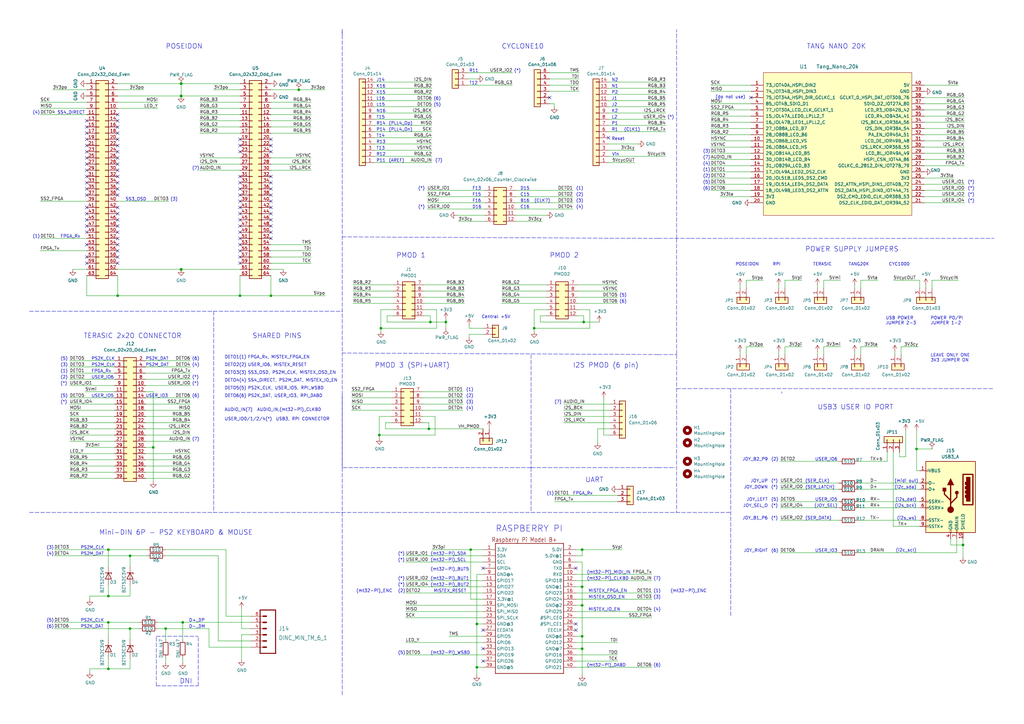
<source format=kicad_sch>
(kicad_sch (version 20211123) (generator eeschema)
  (paper "A3")
  (junction (at 44.45 255.27))
  (junction (at 74.295 34.29) (diameter 1.016))
  (junction (at 182.88 132.08))
  (junction (at 238.76 266.065))
  (junction (at 394.97 223.52))
  (junction (at 74.93 255.27))
  (junction (at 375.92 184.15))
  (junction (at 98.425 121.285))
  (junction (at 195.58 273.685))
  (junction (at 219.075 134.62))
  (junction (at 62.865 183.515))
  (junction (at 238.76 260.985))
  (junction (at 74.2878 39.37))
  (junction (at 44.45 225.425))
  (junction (at 122.555 36.83))
  (junction (at 176.53 132.08))
  (junction (at 53.34 257.81))
  (junction (at 74.295 39.37))
  (junction (at 156.21 134.62))
  (junction (at 53.34 227.965))
  (junction (at 238.76 240.665))
  (junction (at 175.895 175.895))
  (junction (at 195.58 255.905))
  (junction (at 155.575 178.435))
  (junction (at 44.45 244.475))
  (junction (at 67.945 257.81))
  (junction (at 238.76 225.425))
  (junction (at 238.76 248.285))
  (junction (at 44.45 274.32))
  (junction (at 74.295 110.49) (diameter 1.016))
  (junction (at 48.26 121.285))
  (junction (at 193.04 225.425))
  (junction (at 111.125 121.285))
  (junction (at 239.395 132.08))
  (no_connect (at 225.425 40.005))
  (no_connect (at 111.125 90.17))
  (no_connect (at 48.26 77.47))
  (no_connect (at 35.56 57.15))
  (no_connect (at 35.56 54.61))
  (no_connect (at 35.56 92.71))
  (no_connect (at 98.425 87.63))
  (no_connect (at 48.26 57.15))
  (no_connect (at 48.26 74.93))
  (no_connect (at 98.425 62.23))
  (no_connect (at 111.125 92.71))
  (no_connect (at 35.56 80.01))
  (no_connect (at 98.425 95.25))
  (no_connect (at 98.425 100.33))
  (no_connect (at 98.425 80.01))
  (no_connect (at 98.425 90.17))
  (no_connect (at 98.425 105.41))
  (no_connect (at 35.56 90.17))
  (no_connect (at 236.22 233.045))
  (no_connect (at 48.26 80.01))
  (no_connect (at 35.56 72.39))
  (no_connect (at 48.26 100.33))
  (no_connect (at 48.26 85.09))
  (no_connect (at 111.125 95.25))
  (no_connect (at 111.125 62.23))
  (no_connect (at 236.22 258.445))
  (no_connect (at 111.125 80.01))
  (no_connect (at 111.125 72.39))
  (no_connect (at 48.26 87.63))
  (no_connect (at 35.56 100.33))
  (no_connect (at 35.56 69.85))
  (no_connect (at 35.56 62.23))
  (no_connect (at 48.26 97.79))
  (no_connect (at 307.975 40.005))
  (no_connect (at 48.26 52.07))
  (no_connect (at 98.425 59.69))
  (no_connect (at 198.12 271.145))
  (no_connect (at 98.425 102.87))
  (no_connect (at 98.425 97.79))
  (no_connect (at 98.425 82.55))
  (no_connect (at 48.26 59.69))
  (no_connect (at 98.425 107.95))
  (no_connect (at 35.56 85.09))
  (no_connect (at 111.125 57.15))
  (no_connect (at 35.56 77.47))
  (no_connect (at 35.56 105.41))
  (no_connect (at 98.425 72.39))
  (no_connect (at 35.56 74.93))
  (no_connect (at 111.125 87.63))
  (no_connect (at 35.56 107.95))
  (no_connect (at 48.26 69.85))
  (no_connect (at 48.26 105.41))
  (no_connect (at 98.425 57.15))
  (no_connect (at 48.26 95.25))
  (no_connect (at 198.12 233.045))
  (no_connect (at 111.125 82.55))
  (no_connect (at 48.26 92.71))
  (no_connect (at 35.56 87.63))
  (no_connect (at 35.56 59.69))
  (no_connect (at 111.125 59.69))
  (no_connect (at 48.26 72.39))
  (no_connect (at 98.425 77.47))
  (no_connect (at 48.26 102.87))
  (no_connect (at 111.125 74.93))
  (no_connect (at 35.56 67.31))
  (no_connect (at 198.12 266.065))
  (no_connect (at 48.26 54.61))
  (no_connect (at 249.555 56.515))
  (no_connect (at 48.26 90.17))
  (no_connect (at 198.12 258.445))
  (no_connect (at 35.56 64.77))
  (no_connect (at 48.26 46.99))
  (no_connect (at 35.56 95.25))
  (no_connect (at 98.425 92.71))
  (no_connect (at 35.56 52.07))
  (no_connect (at 111.125 85.09))
  (no_connect (at 111.125 97.79))
  (no_connect (at 48.26 67.31))
  (no_connect (at 48.26 49.53))
  (no_connect (at 98.425 74.93))
  (no_connect (at 98.425 85.09))
  (no_connect (at 236.22 255.905))
  (no_connect (at 48.26 107.95))
  (no_connect (at 35.56 49.53))
  (no_connect (at 48.26 64.77))
  (no_connect (at 111.125 77.47))
  (no_connect (at 48.26 62.23))
  (wire (pts (xy 295.275 80.645) (xy 307.975 80.645)))
  (wire (pts (xy 160.655 165.735) (xy 144.145 165.735)))
  (wire (pts (xy 351.79 226.695) (xy 392.43 226.695)))
  (wire (pts (xy 307.975 73.025) (xy 291.465 73.025)))
  (wire (pts (xy 16.51 82.55) (xy 35.56 82.55)))
  (wire (pts (xy 111.125 54.61) (xy 127.635 54.61)))
  (wire (pts (xy 377.19 193.04) (xy 375.92 193.04)))
  (wire (pts (xy 236.22 248.285) (xy 238.76 248.285)))
  (polyline (pts (xy 140.335 161.925) (xy 140.335 191.77)))
  (wire (pts (xy 153.67 36.195) (xy 177.165 36.195)))
  (wire (pts (xy 307.975 45.085) (xy 291.465 45.085)))
  (wire (pts (xy 28.575 153.035) (xy 46.99 153.035)))
  (wire (pts (xy 22.225 255.27) (xy 44.45 255.27)))
  (polyline (pts (xy 320.675 160.655) (xy 320.675 161.29)))
  (wire (pts (xy 161.29 121.92) (xy 144.78 121.92)))
  (wire (pts (xy 161.29 124.46) (xy 144.78 124.46)))
  (wire (pts (xy 64.77 257.81) (xy 67.945 257.81)))
  (wire (pts (xy 211.455 80.645) (xy 234.95 80.645)))
  (wire (pts (xy 366.395 215.9) (xy 377.19 215.9)))
  (wire (pts (xy 36.83 244.475) (xy 36.83 245.745)))
  (wire (pts (xy 176.53 129.54) (xy 173.99 129.54)))
  (wire (pts (xy 371.475 176.53) (xy 371.475 187.325)))
  (wire (pts (xy 211.455 85.725) (xy 234.95 85.725)))
  (wire (pts (xy 351.79 205.74) (xy 377.19 205.74)))
  (wire (pts (xy 67.945 269.875) (xy 67.945 271.78)))
  (wire (pts (xy 363.855 185.42) (xy 363.855 189.23)))
  (wire (pts (xy 351.79 213.36) (xy 377.19 213.36)))
  (wire (pts (xy 320.04 205.74) (xy 344.17 205.74)))
  (polyline (pts (xy 137.795 210.185) (xy 299.72 210.185)))
  (wire (pts (xy 337.82 142.24) (xy 337.82 145.415)))
  (wire (pts (xy 395.605 75.565) (xy 379.095 75.565)))
  (wire (pts (xy 59.69 158.115) (xy 78.105 158.115)))
  (wire (pts (xy 303.53 144.145) (xy 303.53 145.415)))
  (wire (pts (xy 59.69 173.355) (xy 78.105 173.355)))
  (wire (pts (xy 195.58 273.685) (xy 195.58 255.905)))
  (wire (pts (xy 211.455 83.185) (xy 234.95 83.185)))
  (wire (pts (xy 44.45 262.255) (xy 44.45 255.27)))
  (wire (pts (xy 176.53 132.08) (xy 176.53 129.54)))
  (wire (pts (xy 161.29 127) (xy 156.21 127)))
  (wire (pts (xy 53.34 257.81) (xy 57.15 257.81)))
  (wire (pts (xy 395.605 50.165) (xy 379.095 50.165)))
  (wire (pts (xy 98.425 113.03) (xy 98.425 121.285)))
  (wire (pts (xy 98.425 121.285) (xy 111.125 121.285)))
  (wire (pts (xy 16.51 97.79) (xy 35.56 97.79)))
  (wire (pts (xy 48.26 121.285) (xy 98.425 121.285)))
  (wire (pts (xy 64.77 255.27) (xy 74.93 255.27)))
  (wire (pts (xy 44.45 232.41) (xy 44.45 225.425)))
  (wire (pts (xy 224.155 127) (xy 219.075 127)))
  (wire (pts (xy 353.06 142.24) (xy 353.06 145.415)))
  (wire (pts (xy 59.69 183.515) (xy 62.865 183.515)))
  (wire (pts (xy 34.925 183.515) (xy 46.99 183.515)))
  (wire (pts (xy 350.52 116.84) (xy 350.52 118.11)))
  (wire (pts (xy 195.58 235.585) (xy 198.12 235.585)))
  (wire (pts (xy 160.655 160.655) (xy 144.145 160.655)))
  (wire (pts (xy 219.075 134.62) (xy 219.075 135.89)))
  (wire (pts (xy 241.935 134.62) (xy 241.935 127)))
  (wire (pts (xy 320.04 213.36) (xy 344.17 213.36)))
  (wire (pts (xy 81.915 46.99) (xy 98.425 46.99)))
  (wire (pts (xy 81.915 54.61) (xy 98.425 54.61)))
  (wire (pts (xy 81.915 67.31) (xy 98.425 67.31)))
  (wire (pts (xy 153.67 43.815) (xy 177.165 43.815)))
  (wire (pts (xy 89.535 227.965) (xy 89.535 262.89)))
  (wire (pts (xy 153.67 38.735) (xy 177.165 38.735)))
  (wire (pts (xy 158.115 173.355) (xy 158.115 175.895)))
  (wire (pts (xy 238.76 227.965) (xy 238.76 225.425)))
  (wire (pts (xy 189.865 163.195) (xy 173.355 163.195)))
  (wire (pts (xy 67.945 262.255) (xy 67.945 257.81)))
  (wire (pts (xy 395.605 55.245) (xy 379.095 55.245)))
  (wire (pts (xy 22.225 257.81) (xy 53.34 257.81)))
  (wire (pts (xy 81.915 44.45) (xy 98.425 44.45)))
  (wire (pts (xy 337.82 114.935) (xy 344.805 114.935)))
  (wire (pts (xy 307.975 57.785) (xy 291.465 57.785)))
  (wire (pts (xy 158.115 173.355) (xy 160.655 173.355)))
  (wire (pts (xy 28.575 193.675) (xy 46.99 193.675)))
  (wire (pts (xy 227.33 203.2) (xy 253.365 203.2)))
  (wire (pts (xy 175.26 83.185) (xy 198.755 83.185)))
  (wire (pts (xy 99.06 249.555) (xy 99.06 257.81)))
  (wire (pts (xy 187.96 90.805) (xy 198.755 90.805)))
  (wire (pts (xy 175.26 78.105) (xy 198.755 78.105)))
  (wire (pts (xy 379.73 116.84) (xy 379.73 118.11)))
  (wire (pts (xy 249.555 51.435) (xy 273.05 51.435)))
  (wire (pts (xy 87.63 36.83) (xy 98.425 36.83)))
  (wire (pts (xy 221.615 132.08) (xy 239.395 132.08)))
  (wire (pts (xy 395.605 57.785) (xy 379.095 57.785)))
  (wire (pts (xy 191.77 34.925) (xy 210.185 34.925)))
  (wire (pts (xy 236.22 238.125) (xy 267.335 238.125)))
  (polyline (pts (xy 277.495 145.415) (xy 277.495 210.185)))
  (wire (pts (xy 28.575 191.135) (xy 46.99 191.135)))
  (wire (pts (xy 320.04 226.695) (xy 344.17 226.695)))
  (wire (pts (xy 221.615 129.54) (xy 221.615 132.08)))
  (wire (pts (xy 306.07 142.24) (xy 313.055 142.24)))
  (wire (pts (xy 307.975 37.465) (xy 291.465 37.465)))
  (wire (pts (xy 205.74 121.92) (xy 224.155 121.92)))
  (wire (pts (xy 166.37 263.525) (xy 198.12 263.525)))
  (wire (pts (xy 238.76 266.065) (xy 238.76 260.985)))
  (polyline (pts (xy 140.335 191.77) (xy 140.335 210.185)))
  (wire (pts (xy 44.45 244.475) (xy 53.34 244.475)))
  (polyline (pts (xy 140.335 210.185) (xy 140.335 285.115)))
  (wire (pts (xy 44.45 269.875) (xy 44.45 274.32)))
  (wire (pts (xy 236.22 266.065) (xy 238.76 266.065)))
  (polyline (pts (xy 217.805 191.77) (xy 217.805 210.185)))
  (wire (pts (xy 224.155 88.265) (xy 211.455 88.265)))
  (wire (pts (xy 320.04 198.12) (xy 344.17 198.12)))
  (wire (pts (xy 111.125 52.07) (xy 127.635 52.07)))
  (wire (pts (xy 306.07 114.935) (xy 306.07 118.11)))
  (wire (pts (xy 59.69 178.435) (xy 78.105 178.435)))
  (wire (pts (xy 35.56 121.285) (xy 48.26 121.285)))
  (wire (pts (xy 48.26 113.03) (xy 48.26 121.285)))
  (wire (pts (xy 53.34 269.875) (xy 53.34 274.32)))
  (wire (pts (xy 192.405 137.16) (xy 198.12 137.16)))
  (wire (pts (xy 85.725 257.81) (xy 85.725 265.43)))
  (wire (pts (xy 353.06 142.24) (xy 360.045 142.24)))
  (wire (pts (xy 59.69 168.275) (xy 78.105 168.275)))
  (wire (pts (xy 307.975 55.245) (xy 291.465 55.245)))
  (wire (pts (xy 178.435 178.435) (xy 178.435 170.815)))
  (polyline (pts (xy 217.805 191.77) (xy 140.335 191.77)))
  (wire (pts (xy 22.225 227.965) (xy 53.34 227.965)))
  (wire (pts (xy 337.82 114.935) (xy 337.82 118.11)))
  (wire (pts (xy 153.67 66.675) (xy 177.165 66.675)))
  (wire (pts (xy 225.425 34.925) (xy 237.49 34.925)))
  (wire (pts (xy 307.975 47.625) (xy 291.465 47.625)))
  (wire (pts (xy 44.45 255.27) (xy 57.15 255.27)))
  (wire (pts (xy 394.97 220.98) (xy 394.97 223.52)))
  (wire (pts (xy 16.51 46.99) (xy 35.56 46.99)))
  (wire (pts (xy 53.34 240.03) (xy 53.34 244.475)))
  (wire (pts (xy 238.76 240.665) (xy 238.76 230.505)))
  (wire (pts (xy 225.425 42.545) (xy 227.33 42.545)))
  (wire (pts (xy 236.22 225.425) (xy 238.76 225.425)))
  (polyline (pts (xy 299.72 159.385) (xy 299.72 252.73)))
  (wire (pts (xy 236.22 268.605) (xy 253.365 268.605)))
  (wire (pts (xy 249.555 64.135) (xy 273.05 64.135)))
  (polyline (pts (xy 140.335 97.155) (xy 269.875 97.79)))
  (wire (pts (xy 153.67 33.655) (xy 177.165 33.655)))
  (wire (pts (xy 395.605 47.625) (xy 379.095 47.625)))
  (wire (pts (xy 153.67 46.355) (xy 177.165 46.355)))
  (polyline (pts (xy 277.495 97.79) (xy 277.495 12.065)))
  (wire (pts (xy 16.51 102.87) (xy 35.56 102.87)))
  (wire (pts (xy 231.14 168.275) (xy 250.19 168.275)))
  (wire (pts (xy 166.37 238.125) (xy 198.12 238.125)))
  (wire (pts (xy 161.29 116.84) (xy 144.78 116.84)))
  (wire (pts (xy 59.69 193.675) (xy 78.105 193.675)))
  (wire (pts (xy 227.33 42.545) (xy 227.33 43.815)))
  (wire (pts (xy 249.555 36.195) (xy 273.05 36.195)))
  (wire (pts (xy 28.575 188.595) (xy 46.99 188.595)))
  (wire (pts (xy 166.37 240.665) (xy 198.12 240.665)))
  (wire (pts (xy 153.67 53.975) (xy 177.165 53.975)))
  (wire (pts (xy 153.67 56.515) (xy 177.165 56.515)))
  (wire (pts (xy 200.66 175.26) (xy 200.66 175.895)))
  (wire (pts (xy 53.34 232.41) (xy 53.34 227.965)))
  (wire (pts (xy 111.125 41.91) (xy 127.635 41.91)))
  (wire (pts (xy 190.5 116.84) (xy 173.99 116.84)))
  (wire (pts (xy 307.975 70.485) (xy 291.465 70.485)))
  (wire (pts (xy 53.34 227.965) (xy 60.325 227.965)))
  (wire (pts (xy 99.06 260.35) (xy 99.06 270.51)))
  (wire (pts (xy 59.69 180.975) (xy 78.105 180.975)))
  (wire (pts (xy 74.295 39.37) (xy 98.425 39.37)))
  (polyline (pts (xy 12.065 210.185) (xy 137.795 210.185)))
  (polyline (pts (xy 217.805 145.415) (xy 217.805 191.77)))
  (wire (pts (xy 29.845 110.49) (xy 35.56 110.49)))
  (wire (pts (xy 205.74 116.84) (xy 224.155 116.84)))
  (polyline (pts (xy 81.28 281.305) (xy 81.28 260.985)))
  (wire (pts (xy 153.67 59.055) (xy 177.165 59.055)))
  (wire (pts (xy 236.22 260.985) (xy 238.76 260.985)))
  (wire (pts (xy 81.915 69.85) (xy 98.425 69.85)))
  (wire (pts (xy 367.03 144.145) (xy 367.03 145.415)))
  (wire (pts (xy 395.605 80.645) (xy 379.095 80.645)))
  (wire (pts (xy 192.405 133.35) (xy 192.405 134.62)))
  (wire (pts (xy 236.22 245.745) (xy 267.335 245.745)))
  (wire (pts (xy 153.67 41.275) (xy 177.165 41.275)))
  (wire (pts (xy 221.615 129.54) (xy 224.155 129.54)))
  (wire (pts (xy 366.395 185.42) (xy 366.395 215.9)))
  (wire (pts (xy 166.37 250.825) (xy 198.12 250.825)))
  (wire (pts (xy 261.62 59.055) (xy 249.555 59.055)))
  (wire (pts (xy 379.095 34.925) (xy 393.065 34.925)))
  (wire (pts (xy 28.575 163.195) (xy 46.99 163.195)))
  (wire (pts (xy 158.75 132.08) (xy 176.53 132.08)))
  (wire (pts (xy 369.57 142.24) (xy 376.555 142.24)))
  (wire (pts (xy 395.605 45.085) (xy 379.095 45.085)))
  (wire (pts (xy 395.605 52.705) (xy 379.095 52.705)))
  (wire (pts (xy 161.29 119.38) (xy 144.78 119.38)))
  (wire (pts (xy 36.83 274.32) (xy 44.45 274.32)))
  (wire (pts (xy 247.65 178.435) (xy 250.19 178.435)))
  (wire (pts (xy 176.53 132.08) (xy 182.88 132.08)))
  (wire (pts (xy 133.35 121.285) (xy 111.125 121.285)))
  (wire (pts (xy 28.575 170.815) (xy 46.99 170.815)))
  (wire (pts (xy 153.67 48.895) (xy 177.165 48.895)))
  (wire (pts (xy 59.69 191.135) (xy 78.105 191.135)))
  (wire (pts (xy 205.74 124.46) (xy 224.155 124.46)))
  (wire (pts (xy 111.125 105.41) (xy 127.635 105.41)))
  (wire (pts (xy 236.22 271.145) (xy 253.365 271.145)))
  (wire (pts (xy 249.555 46.355) (xy 273.05 46.355)))
  (wire (pts (xy 182.88 132.08) (xy 182.88 134.62)))
  (wire (pts (xy 22.225 225.425) (xy 44.45 225.425)))
  (wire (pts (xy 155.575 179.705) (xy 155.575 178.435)))
  (wire (pts (xy 236.22 227.965) (xy 238.76 227.965)))
  (wire (pts (xy 175.895 175.895) (xy 175.895 173.355)))
  (wire (pts (xy 155.575 178.435) (xy 178.435 178.435)))
  (wire (pts (xy 225.425 37.465) (xy 237.49 37.465)))
  (wire (pts (xy 389.89 223.52) (xy 394.97 223.52)))
  (wire (pts (xy 102.87 260.35) (xy 99.06 260.35)))
  (wire (pts (xy 247.65 163.195) (xy 247.65 178.435)))
  (wire (pts (xy 307.975 75.565) (xy 291.465 75.565)))
  (wire (pts (xy 395.605 60.325) (xy 379.095 60.325)))
  (polyline (pts (xy 87.63 127.635) (xy 87.63 210.185)))
  (wire (pts (xy 48.26 110.49) (xy 74.295 110.49)))
  (wire (pts (xy 74.295 110.49) (xy 98.425 110.49)))
  (wire (pts (xy 231.14 165.735) (xy 250.19 165.735)))
  (wire (pts (xy 253.365 121.92) (xy 236.855 121.92)))
  (wire (pts (xy 81.915 41.91) (xy 98.425 41.91)))
  (wire (pts (xy 353.06 114.935) (xy 353.06 118.11)))
  (wire (pts (xy 353.06 114.935) (xy 360.045 114.935)))
  (wire (pts (xy 198.755 88.265) (xy 187.325 88.265)))
  (wire (pts (xy 190.5 119.38) (xy 173.99 119.38)))
  (wire (pts (xy 379.095 73.025) (xy 391.16 73.025)))
  (wire (pts (xy 253.365 116.84) (xy 236.855 116.84)))
  (wire (pts (xy 307.975 34.925) (xy 291.465 34.925)))
  (wire (pts (xy 92.71 252.73) (xy 102.87 252.73)))
  (wire (pts (xy 249.555 53.975) (xy 273.05 53.975)))
  (wire (pts (xy 195.58 32.385) (xy 191.77 32.385)))
  (wire (pts (xy 153.67 51.435) (xy 177.165 51.435)))
  (wire (pts (xy 59.69 175.895) (xy 78.105 175.895)))
  (wire (pts (xy 238.76 248.285) (xy 238.76 240.665)))
  (wire (pts (xy 236.22 250.825) (xy 267.335 250.825)))
  (wire (pts (xy 236.22 230.505) (xy 238.76 230.505)))
  (wire (pts (xy 319.405 116.84) (xy 319.405 118.11)))
  (wire (pts (xy 306.07 114.935) (xy 313.055 114.935)))
  (wire (pts (xy 48.26 44.45) (xy 64.77 44.45)))
  (wire (pts (xy 375.92 184.15) (xy 375.92 193.04)))
  (wire (pts (xy 395.605 65.405) (xy 379.095 65.405)))
  (wire (pts (xy 236.855 127) (xy 241.935 127)))
  (wire (pts (xy 166.37 243.205) (xy 198.12 243.205)))
  (wire (pts (xy 191.77 29.845) (xy 210.185 29.845)))
  (wire (pts (xy 36.83 274.32) (xy 36.83 275.59)))
  (wire (pts (xy 335.28 116.84) (xy 335.28 118.11)))
  (wire (pts (xy 35.56 113.03) (xy 35.56 121.285)))
  (wire (pts (xy 236.22 253.365) (xy 267.335 253.365)))
  (wire (pts (xy 249.555 41.275) (xy 273.05 41.275)))
  (wire (pts (xy 189.865 165.735) (xy 173.355 165.735)))
  (wire (pts (xy 111.125 49.53) (xy 127.635 49.53)))
  (wire (pts (xy 16.51 44.45) (xy 35.56 44.45)))
  (wire (pts (xy 190.5 124.46) (xy 173.99 124.46)))
  (wire (pts (xy 81.915 49.53) (xy 98.425 49.53)))
  (wire (pts (xy 394.97 223.52) (xy 394.97 228.6)))
  (wire (pts (xy 395.605 67.945) (xy 379.095 67.945)))
  (wire (pts (xy 111.125 67.31) (xy 127.635 67.31)))
  (wire (pts (xy 335.28 144.145) (xy 335.28 145.415)))
  (wire (pts (xy 189.865 160.655) (xy 173.355 160.655)))
  (wire (pts (xy 36.83 244.475) (xy 44.45 244.475)))
  (wire (pts (xy 28.575 173.355) (xy 46.99 173.355)))
  (wire (pts (xy 193.04 225.425) (xy 198.12 225.425)))
  (wire (pts (xy 85.725 265.43) (xy 102.87 265.43)))
  (wire (pts (xy 307.975 50.165) (xy 291.465 50.165)))
  (wire (pts (xy 351.79 208.28) (xy 377.19 208.28)))
  (wire (pts (xy 158.75 129.54) (xy 158.75 132.08)))
  (polyline (pts (xy 277.495 97.79) (xy 277.495 145.415)))
  (wire (pts (xy 62.865 183.515) (xy 62.865 160.655)))
  (wire (pts (xy 59.69 153.035) (xy 78.105 153.035)))
  (wire (pts (xy 158.115 175.895) (xy 175.895 175.895)))
  (wire (pts (xy 307.975 60.325) (xy 291.465 60.325)))
  (wire (pts (xy 193.04 245.745) (xy 193.04 225.425)))
  (wire (pts (xy 111.125 46.99) (xy 127.635 46.99)))
  (wire (pts (xy 28.575 178.435) (xy 46.99 178.435)))
  (wire (pts (xy 395.605 78.105) (xy 379.095 78.105)))
  (wire (pts (xy 74.93 269.875) (xy 74.93 271.78)))
  (wire (pts (xy 16.51 41.91) (xy 35.56 41.91)))
  (wire (pts (xy 192.405 138.43) (xy 192.405 137.16)))
  (wire (pts (xy 377.19 114.935) (xy 377.19 118.11)))
  (wire (pts (xy 156.21 127) (xy 156.21 134.62)))
  (wire (pts (xy 198.12 273.685) (xy 195.58 273.685)))
  (wire (pts (xy 67.945 225.425) (xy 92.71 225.425)))
  (wire (pts (xy 111.125 64.77) (xy 127.635 64.77)))
  (wire (pts (xy 21.59 36.83) (xy 35.56 36.83)))
  (wire (pts (xy 48.26 41.91) (xy 64.77 41.91)))
  (wire (pts (xy 249.555 61.595) (xy 260.35 61.595)))
  (wire (pts (xy 28.575 175.895) (xy 46.99 175.895)))
  (wire (pts (xy 153.67 64.135) (xy 177.165 64.135)))
  (wire (pts (xy 99.06 257.81) (xy 102.87 257.81)))
  (wire (pts (xy 307.975 52.705) (xy 291.465 52.705)))
  (wire (pts (xy 182.88 130.81) (xy 182.88 132.08)))
  (wire (pts (xy 179.07 134.62) (xy 179.07 127)))
  (wire (pts (xy 166.37 230.505) (xy 198.12 230.505)))
  (wire (pts (xy 59.69 150.495) (xy 78.105 150.495)))
  (wire (pts (xy 306.07 142.24) (xy 306.07 145.415)))
  (polyline (pts (xy 64.135 260.985) (xy 81.28 260.985)))
  (wire (pts (xy 249.555 38.735) (xy 273.05 38.735)))
  (wire (pts (xy 193.04 245.745) (xy 198.12 245.745)))
  (wire (pts (xy 175.895 175.895) (xy 198.12 175.895)))
  (wire (pts (xy 166.37 268.605) (xy 198.12 268.605)))
  (wire (pts (xy 319.405 144.145) (xy 319.405 145.415)))
  (wire (pts (xy 173.99 127) (xy 179.07 127)))
  (wire (pts (xy 81.915 64.77) (xy 98.425 64.77)))
  (wire (pts (xy 111.125 100.33) (xy 127.635 100.33)))
  (wire (pts (xy 192.405 134.62) (xy 198.12 134.62)))
  (wire (pts (xy 67.945 257.81) (xy 85.725 257.81)))
  (wire (pts (xy 89.535 262.89) (xy 102.87 262.89)))
  (wire (pts (xy 320.04 189.23) (xy 344.17 189.23)))
  (wire (pts (xy 219.075 134.62) (xy 241.935 134.62)))
  (wire (pts (xy 249.555 66.675) (xy 260.35 66.675)))
  (wire (pts (xy 351.79 200.66) (xy 377.19 200.66)))
  (wire (pts (xy 156.21 134.62) (xy 179.07 134.62)))
  (wire (pts (xy 74.295 34.29) (xy 98.425 34.29)))
  (polyline (pts (xy 140.335 191.77) (xy 140.335 144.78)))
  (wire (pts (xy 59.69 170.815) (xy 78.105 170.815)))
  (wire (pts (xy 236.22 243.205) (xy 267.335 243.205)))
  (wire (pts (xy 321.945 114.935) (xy 328.93 114.935)))
  (wire (pts (xy 368.935 187.325) (xy 371.475 187.325)))
  (wire (pts (xy 158.75 129.54) (xy 161.29 129.54)))
  (wire (pts (xy 395.605 83.185) (xy 379.095 83.185)))
  (wire (pts (xy 177.165 225.425) (xy 193.04 225.425)))
  (wire (pts (xy 195.58 276.86) (xy 195.58 273.685)))
  (wire (pts (xy 350.52 144.145) (xy 350.52 145.415)))
  (wire (pts (xy 155.575 170.815) (xy 155.575 178.435)))
  (wire (pts (xy 225.425 29.845) (xy 237.49 29.845)))
  (wire (pts (xy 175.895 173.355) (xy 173.355 173.355)))
  (wire (pts (xy 195.58 255.905) (xy 195.58 235.585)))
  (wire (pts (xy 111.125 113.03) (xy 111.125 121.285)))
  (wire (pts (xy 48.26 82.55) (xy 69.215 82.55)))
  (wire (pts (xy 44.45 274.32) (xy 53.34 274.32)))
  (wire (pts (xy 153.67 61.595) (xy 177.165 61.595)))
  (wire (pts (xy 166.37 227.965) (xy 198.12 227.965)))
  (polyline (pts (xy 269.875 191.77) (xy 276.86 191.77)))
  (wire (pts (xy 53.34 262.255) (xy 53.34 257.81)))
  (wire (pts (xy 175.26 80.645) (xy 198.755 80.645)))
  (wire (pts (xy 34.925 160.655) (xy 46.99 160.655)))
  (wire (pts (xy 166.37 253.365) (xy 198.12 253.365)))
  (wire (pts (xy 238.76 260.985) (xy 238.76 248.285)))
  (wire (pts (xy 160.655 168.275) (xy 144.145 168.275)))
  (wire (pts (xy 307.975 62.865) (xy 291.465 62.865)))
  (polyline (pts (xy 269.875 191.77) (xy 217.805 191.77)))
  (wire (pts (xy 67.945 227.965) (xy 89.535 227.965)))
  (wire (pts (xy 111.125 44.45) (xy 127.635 44.45)))
  (polyline (pts (xy 269.875 97.79) (xy 283.21 97.79)))
  (wire (pts (xy 238.76 225.425) (xy 255.27 225.425)))
  (polyline (pts (xy 277.495 145.415) (xy 277.495 145.415)))
  (wire (pts (xy 59.69 165.735) (xy 78.105 165.735)))
  (wire (pts (xy 249.555 43.815) (xy 273.05 43.815)))
  (wire (pts (xy 395.605 40.005) (xy 379.095 40.005)))
  (polyline (pts (xy 269.875 145.415) (xy 277.495 145.415)))
  (wire (pts (xy 28.575 158.115) (xy 46.99 158.115)))
  (wire (pts (xy 59.69 155.575) (xy 78.105 155.575)))
  (wire (pts (xy 166.37 248.285) (xy 198.12 248.285)))
  (wire (pts (xy 44.45 240.03) (xy 44.45 244.475)))
  (wire (pts (xy 337.82 142.24) (xy 344.805 142.24)))
  (wire (pts (xy 231.14 170.815) (xy 250.19 170.815)))
  (wire (pts (xy 205.74 119.38) (xy 224.155 119.38)))
  (wire (pts (xy 111.125 69.85) (xy 127.635 69.85)))
  (wire (pts (xy 321.945 142.24) (xy 321.945 145.415)))
  (wire (pts (xy 239.395 132.08) (xy 239.395 129.54)))
  (wire (pts (xy 249.555 48.895) (xy 273.05 48.895)))
  (wire (pts (xy 351.79 189.23) (xy 363.855 189.23)))
  (wire (pts (xy 74.93 255.27) (xy 102.87 255.27)))
  (wire (pts (xy 160.655 163.195) (xy 144.145 163.195)))
  (wire (pts (xy 320.04 208.28) (xy 344.17 208.28)))
  (wire (pts (xy 320.04 200.66) (xy 344.17 200.66)))
  (wire (pts (xy 111.125 102.87) (xy 127.635 102.87)))
  (wire (pts (xy 28.575 147.955) (xy 46.99 147.955)))
  (wire (pts (xy 62.865 197.485) (xy 62.865 183.515)))
  (wire (pts (xy 395.605 62.865) (xy 379.095 62.865)))
  (wire (pts (xy 178.435 170.815) (xy 173.355 170.815)))
  (wire (pts (xy 189.865 168.275) (xy 173.355 168.275)))
  (wire (pts (xy 59.69 163.195) (xy 78.105 163.195)))
  (polyline (pts (xy 283.21 97.79) (xy 407.67 97.79)))
  (wire (pts (xy 184.15 260.985) (xy 198.12 260.985)))
  (wire (pts (xy 249.555 33.655) (xy 273.05 33.655)))
  (polyline (pts (xy 269.875 145.415) (xy 140.335 144.78)))
  (wire (pts (xy 81.915 52.07) (xy 98.425 52.07)))
  (wire (pts (xy 160.655 170.815) (xy 155.575 170.815)))
  (wire (pts (xy 392.43 220.98) (xy 392.43 226.695)))
  (wire (pts (xy 211.455 90.805) (xy 222.25 90.805)))
  (wire (pts (xy 369.57 142.24) (xy 369.57 145.415)))
  (wire (pts (xy 219.075 127) (xy 219.075 134.62)))
  (polyline (pts (xy 64.135 281.305) (xy 81.28 281.305)))
  (wire (pts (xy 211.455 78.105) (xy 234.95 78.105)))
  (wire (pts (xy 190.5 121.92) (xy 173.99 121.92)))
  (wire (pts (xy 351.79 198.12) (xy 377.19 198.12)))
  (wire (pts (xy 59.69 147.955) (xy 78.105 147.955)))
  (wire (pts (xy 245.11 181.61) (xy 245.11 175.895)))
  (wire (pts (xy 28.575 180.975) (xy 46.99 180.975)))
  (wire (pts (xy 382.27 114.935) (xy 382.27 118.11)))
  (polyline (pts (xy 277.495 159.385) (xy 407.67 159.385)))
  (wire (pts (xy 395.605 42.545) (xy 379.095 42.545)))
  (wire (pts (xy 231.14 173.355) (xy 250.19 173.355)))
  (wire (pts (xy 59.69 188.595) (xy 78.105 188.595)))
  (wire (pts (xy 48.26 39.37) (xy 74.2878 39.37)))
  (wire (pts (xy 236.22 273.685) (xy 267.335 273.685)))
  (wire (pts (xy 253.365 124.46) (xy 236.855 124.46)))
  (wire (pts (xy 44.45 225.425) (xy 60.325 225.425)))
  (polyline (pts (xy 140.335 12.065) (xy 140.335 144.78)))
  (wire (pts (xy 375.92 184.15) (xy 382.27 184.15)))
  (polyline (pts (xy 140.335 14.605) (xy 140.335 12.065)))
  (wire (pts (xy 227.33 205.74) (xy 253.365 205.74)))
  (wire (pts (xy 389.89 223.52) (xy 389.89 220.98)))
  (wire (pts (xy 307.975 67.945) (xy 291.465 67.945)))
  (wire (pts (xy 366.395 114.935) (xy 377.19 114.935)))
  (wire (pts (xy 307.975 78.105) (xy 291.465 78.105)))
  (wire (pts (xy 253.365 119.38) (xy 236.855 119.38)))
  (wire (pts (xy 111.125 107.95) (xy 127.635 107.95)))
  (wire (pts (xy 111.125 36.83) (xy 122.555 36.83)))
  (wire (pts (xy 122.555 36.83) (xy 133.35 36.83)))
  (wire (pts (xy 375.92 176.53) (xy 375.92 184.15)))
  (wire (pts (xy 111.125 110.49) (xy 116.205 110.49)))
  (polyline (pts (xy 64.135 281.305) (xy 64.135 260.985)))
  (wire (pts (xy 239.395 132.08) (xy 245.745 132.08)))
  (wire (pts (xy 236.22 235.585) (xy 267.335 235.585)))
  (wire (pts (xy 28.575 150.495) (xy 46.99 150.495)))
  (wire (pts (xy 198.12 255.905) (xy 195.58 255.905)))
  (wire (pts (xy 28.575 186.055) (xy 46.99 186.055)))
  (wire (pts (xy 48.26 34.29) (xy 74.295 34.29)))
  (polyline (pts (xy 12.065 127.635) (xy 140.335 127.635)))
  (wire (pts (xy 74.93 262.255) (xy 74.93 255.27)))
  (wire (pts (xy 239.395 129.54) (xy 236.855 129.54)))
  (wire (pts (xy 28.575 168.275) (xy 46.99 168.275)))
  (wire (pts (xy 28.575 196.215) (xy 46.99 196.215)))
  (wire (pts (xy 321.945 114.935) (xy 321.945 118.11)))
  (wire (pts (xy 92.71 225.425) (xy 92.71 252.73)))
  (wire (pts (xy 225.425 32.385) (xy 237.49 32.385)))
  (wire (pts (xy 382.27 114.935) (xy 393.065 114.935)))
  (wire (pts (xy 236.22 240.665) (xy 238.76 240.665)))
  (wire (pts (xy 307.975 42.545) (xy 291.465 42.545)))
  (wire (pts (xy 156.21 135.89) (xy 156.21 134.62)))
  (wire (pts (xy 307.975 65.405) (xy 291.465 65.405)))
  (wire (pts (xy 303.53 116.84) (xy 303.53 118.11)))
  (wire (pts (xy 321.945 142.24) (xy 328.93 142.24)))
  (wire (pts (xy 175.26 85.725) (xy 198.755 85.725)))
  (wire (pts (xy 238.76 276.86) (xy 238.76 266.065)))
  (wire (pts (xy 245.11 175.895) (xy 250.19 175.895)))
  (wire (pts (xy 62.865 160.655) (xy 59.69 160.655)))
  (wire (pts (xy 74.2878 39.37) (xy 74.295 39.37)))
  (wire (pts (xy 74.295 39.37) (xy 74.295 34.29)))
  (wire (pts (xy 236.22 263.525) (xy 253.365 263.525)))
  (wire (pts (xy 368.935 187.325) (xy 368.935 185.42)))
  (wire (pts (xy 28.575 155.575) (xy 46.99 155.575)))
  (wire (pts (xy 28.575 165.735) (xy 46.99 165.735)))
  (wire (pts (xy 48.26 36.83) (xy 59.055 36.83)))
  (wire (pts (xy 59.69 186.055) (xy 78.105 186.055)))
  (wire (pts (xy 59.69 196.215) (xy 78.105 196.215)))
  (text "SS3_OSD" (at 51.435 82.55 0) (effects (font (size 1.27 1.27)) (justify left bottom)))
  (text "(4)" (at 288.29 67.945 0) (effects (font (size 1.27 1.27)) (justify left bottom)))
  (text "(i2s_bck)" (at 375.92 208.28 180) (effects (font (size 1.27 1.27)) (justify right bottom)))
  (text "F16" (at 193.675 83.185 0) (effects (font (size 1.27 1.27)) (justify left bottom)))
  (text "JOY_DOWN" (at 314.96 200.66 180) (effects (font (size 1.27 1.27)) (justify right bottom)))
  (text "(i2c_sda)" (at 375.92 200.66 180) (effects (font (size 1.27 1.27)) (justify right bottom)))
  (text "USER_IO3" (at 343.535 226.695 180) (effects (font (size 1.27 1.27)) (justify right bottom)))
  (text "(3)" (at 236.22 83.185 0) (effects (font (size 1.27 1.27)) (justify left bottom)))
  (text "(1)" (at 288.29 70.485 0) (effects (font (size 1.27 1.27)) (justify left bottom)))
  (text "(6)" (at 288.29 78.105 0) (effects (font (size 1.27 1.27)) (justify left bottom)))
  (text "(mt32-Pi)_BUT1" (at 176.53 238.125 0) (effects (font (size 1.27 1.27)) (justify left bottom)))
  (text "(1)" (at 267.97 243.205 0) (effects (font (size 1.27 1.27)) (justify left bottom)))
  (text "(5)" (at 19.05 255.27 0) (effects (font (size 1.27 1.27)) (justify left bottom)))
  (text "R11" (at 192.405 29.845 0) (effects (font (size 1.27 1.27)) (justify left bottom)))
  (text "(3)" (at 267.97 245.745 0) (effects (font (size 1.27 1.27)) (justify left bottom)))
  (text "(*)" (at 78.74 155.575 0) (effects (font (size 1.27 1.27)) (justify left bottom)))
  (text "PMOD 2" (at 225.425 106.045 0) (effects (font (size 2 2)) (justify left bottom)))
  (text "(6)" (at 78.74 163.195 0) (effects (font (size 1.27 1.27)) (justify left bottom)))
  (text "(1)" (at 24.765 153.035 0) (effects (font (size 1.27 1.27)) (justify left bottom)))
  (text "(mt32-Pi)_SDA" (at 176.53 227.965 0) (effects (font (size 1.27 1.27)) (justify left bottom)))
  (text "JOY_SEL_O" (at 314.96 208.28 180) (effects (font (size 1.27 1.27)) (justify right bottom)))
  (text "UART" (at 240.03 198.12 0) (effects (font (size 2 2)) (justify left bottom)))
  (text "(do not use)" (at 293.37 40.64 0) (effects (font (size 1.27 1.27)) (justify left bottom)))
  (text "MISTEX_IO_EN" (at 241.3 250.825 0) (effects (font (size 1.27 1.27)) (justify left bottom)))
  (text "(4)" (at 236.22 85.725 0) (effects (font (size 1.27 1.27)) (justify left bottom)))
  (text "(*)" (at 171.45 78.105 0) (effects (font (size 1.27 1.27)) (justify left bottom)))
  (text "(5)" (at 24.765 147.955 0) (effects (font (size 1.27 1.27)) (justify left bottom)))
  (text "(5)" (at 254 121.92 0) (effects (font (size 1.27 1.27)) (justify left bottom)))
  (text "(2)" (at 191.135 163.195 0) (effects (font (size 1.27 1.27)) (justify left bottom)))
  (text "USB3, RPI CONNECTOR" (at 113.03 172.72 0) (effects (font (size 1.27 1.27)) (justify left bottom)))
  (text "D16" (at 193.675 85.725 0) (effects (font (size 1.27 1.27)) (justify left bottom)))
  (text "DETO1(1)" (at 92.075 147.32 0) (effects (font (size 1.27 1.27)) (justify left bottom)))
  (text "(SER_CLK)" (at 330.2 198.12 0) (effects (font (size 1.27 1.27)) (justify left bottom)))
  (text "K2" (at 250.825 46.355 0) (effects (font (size 1.27 1.27)) (justify left bottom)))
  (text "(*)" (at 78.74 158.115 0) (effects (font (size 1.27 1.27)) (justify left bottom)))
  (text "(1)" (at 191.135 160.655 0) (effects (font (size 1.27 1.27)) (justify left bottom)))
  (text "(mt32-Pi)_DABD" (at 240.665 273.685 0) (effects (font (size 1.27 1.27)) (justify left bottom)))
  (text "FPGA_Rx" (at 24.765 97.79 0) (effects (font (size 1.27 1.27)) (justify left bottom)))
  (text "RASPBERRY PI" (at 203.2 218.44 0) (effects (font (size 2.54 2.54)) (justify left bottom)))
  (text "PS2M_DAT" (at 33.02 227.965 0) (effects (font (size 1.27 1.27)) (justify left bottom)))
  (text "PS2M_DAT" (at 59.69 150.495 0) (effects (font (size 1.27 1.27)) (justify left bottom)))
  (text "(*)" (at 396.875 83.185 0) (effects (font (size 1.27 1.27)) (justify left bottom)))
  (text "N16" (at 154.305 46.355 0) (effects (font (size 1.27 1.27)) (justify left bottom)))
  (text "(i2s_ws)" (at 375.92 213.36 180) (effects (font (size 1.27 1.27)) (justify right bottom)))
  (text "(*)" (at 163.195 240.665 0) (effects (font (size 1.27 1.27)) (justify left bottom)))
  (text "(3)" (at 191.135 165.735 0) (effects (font (size 1.27 1.27)) (justify left bottom)))
  (text "PS2M_CLK" (at 33.02 225.425 0) (effects (font (size 1.27 1.27)) (justify left bottom)))
  (text "TERASIC 2x20 CONNECTOR\n" (at 34.29 139.065 0) (effects (font (size 2 2)) (justify left bottom)))
  (text "(1)" (at 236.22 78.105 0) (effects (font (size 1.27 1.27)) (justify left bottom)))
  (text "N2" (at 250.825 33.655 0) (effects (font (size 1.27 1.27)) (justify left bottom)))
  (text "USER_IO5" (at 37.465 163.195 0) (effects (font (size 1.27 1.27)) (justify left bottom)))
  (text "R1" (at 250.825 53.975 0) (effects (font (size 1.27 1.27)) (justify left bottom)))
  (text "(5)" (at 177.8 43.815 0) (effects (font (size 1.27 1.27)) (justify left bottom)))
  (text "T13" (at 154.305 61.595 0) (effects (font (size 1.27 1.27)) (justify left bottom)))
  (text "(6)" (at 78.74 147.955 0) (effects (font (size 1.27 1.27)) (justify left bottom)))
  (text "SS4_DIRECT, PS2M_DAT, MISTEX_IO_EN" (at 101.6 156.845 0) (effects (font (size 1.27 1.27)) (justify left bottom)))
  (text "D15" (at 213.36 78.105 0) (effects (font (size 1.27 1.27)) (justify left bottom)))
  (text "J2" (at 250.825 43.815 0) (effects (font (size 1.27 1.27)) (justify left bottom)))
  (text "(4)" (at 13.335 46.99 0) (effects (font (size 1.27 1.27)) (justify left bottom)))
  (text "POWER PO/PI\nJUMPER 1-2" (at 381.635 133.35 0) (effects (font (size 1.27 1.27)) (justify left bottom)))
  (text "K16" (at 154.305 36.195 0) (effects (font (size 1.27 1.27)) (justify left bottom)))
  (text "L2" (at 250.825 48.895 0) (effects (font (size 1.27 1.27)) (justify left bottom)))
  (text "(3)" (at 288.29 62.865 0) (effects (font (size 1.27 1.27)) (justify left bottom)))
  (text "PS2K_CLK" (at 33.02 255.27 0) (effects (font (size 1.27 1.27)) (justify left bottom)))
  (text "J14" (at 154.305 33.655 0) (effects (font (size 1.27 1.27)) (justify left bottom)))
  (text "SHARED PINS" (at 103.505 139.065 0) (effects (font (size 2 2)) (justify left bottom)))
  (text "AUDIO_IN,(mt32-Pi)_CLKBD" (at 105.41 168.91 0) (effects (font (size 1.27 1.27)) (justify left bottom)))
  (text "Vin" (at 254 64.135 180) (effects (font (size 1.27 1.27)) (justify right bottom)))
  (text "I2S PMOD (6 pin)" (at 234.95 151.13 0) (effects (font (size 2 2)) (justify left bottom)))
  (text "(mt32-Pi)_CLKBD" (at 240.665 238.125 0) (effects (font (size 1.27 1.27)) (justify left bottom)))
  (text "(4)" (at 191.135 168.275 0) (effects (font (size 1.27 1.27)) (justify left bottom)))
  (text "PS2K_DAT" (at 59.69 147.955 0) (effects (font (size 1.27 1.27)) (justify left bottom)))
  (text "USER_IO3" (at 59.69 163.195 0) (effects (font (size 1.27 1.27)) (justify left bottom)))
  (text "SS4_DIRECT" (at 23.495 46.99 0) (effects (font (size 1.27 1.27)) (justify left bottom)))
  (text "(7)" (at 78.74 69.85 0) (effects (font (size 1.27 1.27)) (justify left bottom)))
  (text "POSEIDON" (at 67.945 20.32 0) (effects (font (size 2 2)) (justify left bottom)))
  (text "(AREF)" (at 159.385 66.675 0) (effects (font (size 1.27 1.27)) (justify left bottom)))
  (text "(7)" (at 288.29 65.405 0) (effects (font (size 1.27 1.27)) (justify left bottom)))
  (text "(i2s_dat)" (at 375.92 205.74 180) (effects (font (size 1.27 1.27)) (justify right bottom)))
  (text "(4)" (at 267.97 250.825 0) (effects (font (size 1.27 1.27)) (justify left bottom)))
  (text "(*)" (at 316.23 200.66 0) (effects (font (size 1.27 1.27)) (justify left bottom)))
  (text "(2)" (at 316.23 189.23 0) (effects (font (size 1.27 1.27)) (justify left bottom)))
  (text "(*)" (at 273.685 48.895 0) (effects (font (size 1.27 1.27)) (justify left bottom)))
  (text "(*)" (at 163.195 227.965 0) (effects (font (size 1.27 1.27)) (justify left bottom)))
  (text "(*)" (at 396.875 75.565 0) (effects (font (size 1.27 1.27)) (justify left bottom)))
  (text "CYC1000" (at 364.49 109.22 0) (effects (font (size 1.27 1.27)) (justify left bottom)))
  (text "(*)" (at 316.23 213.36 0) (effects (font (size 1.27 1.27)) (justify left bottom)))
  (text "B16" (at 213.36 83.185 0) (effects (font (size 1.27 1.27)) (justify left bottom)))
  (text "(7)" (at 78.74 180.975 0) (effects (font (size 1.27 1.27)) (justify left bottom)))
  (text "USB POWER\nJUMPER 2-3" (at 363.22 133.35 0) (effects (font (size 1.27 1.27)) (justify left bottom)))
  (text "AUDIO_IN(7)" (at 92.075 168.91 0) (effects (font (size 1.27 1.27)) (justify left bottom)))
  (text "N1" (at 250.825 36.195 0) (effects (font (size 1.27 1.27)) (justify left bottom)))
  (text "FPGA_Rx" (at 234.95 203.2 0) (effects (font (size 1.27 1.27)) (justify left bottom)))
  (text "(7)" (at 227.33 165.735 0) (effects (font (size 1.27 1.27)) (justify left bottom)))
  (text "SS3_OSD, PS2M_CLK, MISTEX_OSD_EN" (at 101.6 153.67 0) (effects (font (size 1.27 1.27)) (justify left bottom)))
  (text "(i2c_scl)" (at 375.92 226.568 180) (effects (font (size 1.27 1.27)) (justify right bottom)))
  (text "P2" (at 250.825 38.735 0) (effects (font (size 1.27 1.27)) (justify left bottom)))
  (text "JOY_B2_P9" (at 314.96 189.23 180) (effects (font (size 1.27 1.27)) (justify right bottom)))
  (text "Central +5V" (at 197.485 130.81 0) (effects (font (size 1.27 1.27)) (justify left bottom)))
  (text "(6)" (at 19.05 257.81 0) (effects (font (size 1.27 1.27)) (justify left bottom)))
  (text "FPGA_Rx" (at 37.465 153.035 0) (effects (font (size 1.27 1.27)) (justify left bottom)))
  (text "PMOD 1" (at 162.56 106.045 0) (effects (font (size 2 2)) (justify left bottom)))
  (text "(midi out)" (at 376.682 198.12 180) (effects (font (size 1.27 1.27)) (justify right bottom)))
  (text "(*)" (at 210.82 29.845 0) (effects (font (size 1.27 1.27)) (justify left bottom)))
  (text "(*)" (at 24.765 158.115 0) (effects (font (size 1.27 1.27)) (justify left bottom)))
  (text "PS2K_DAT" (at 33.02 257.81 0) (effects (font (size 1.27 1.27)) (justify left bottom)))
  (text "JOY_B1_P6" (at 314.96 213.36 180) (effects (font (size 1.27 1.27)) (justify right bottom)))
  (text "(2)" (at 24.765 155.575 0) (effects (font (size 1.27 1.27)) (justify left bottom)))
  (text "DETO4(4)" (at 92.075 156.845 0) (effects (font (size 1.27 1.27)) (justify left bottom)))
  (text "(*)" (at 24.765 165.735 0) (effects (font (size 1.27 1.27)) (justify left bottom)))
  (text "(6)" (at 177.8 41.275 0) (effects (font (size 1.27 1.27)) (justify left bottom)))
  (text "MISTEX_OSD_EN" (at 241.3 245.745 0) (effects (font (size 1.27 1.27)) (justify left bottom)))
  (text "(*)" (at 396.875 78.105 0) (effects (font (size 1.27 1.27)) (justify left bottom)))
  (text "C16" (at 213.36 85.725 0) (effects (font (size 1.27 1.27)) (justify left bottom)))
  (text "P1" (at 250.825 51.435 0) (effects (font (size 1.27 1.27)) (justify left bottom)))
  (text "T12" (at 192.405 34.925 0) (effects (font (size 1.27 1.27)) (justify left bottom)))
  (text "(*)" (at 396.875 80.645 0) (effects (font (size 1.27 1.27)) (justify left bottom)))
  (text "K15" (at 154.305 38.735 0) (effects (font (size 1.27 1.27)) (justify left bottom)))
  (text "(mt32-Pi)_ENC" (at 274.955 243.205 0) (effects (font (size 1.27 1.27)) (justify left bottom)))
  (text "DETO6(6)" (at 92.075 163.195 0) (effects (font (size 1.27 1.27)) (justify left bottom)))
  (text "P11" (at 154.305 66.675 0) (effects (font (size 1.27 1.27)) (justify left bottom)))
  (text "Reset" (at 250.825 57.785 0) (effects (font (size 1.27 1.27)) (justify left bottom)))
  (text "(PLL4_Op)" (at 159.385 51.435 0) (effects (font (size 1.27 1.27)) (justify left bottom)))
  (text "T14" (at 154.305 56.515 0) (effects (font (size 1.27 1.27)) (justify left bottom)))
  (text "F13" (at 193.675 78.105 0) (effects (font (size 1.27 1.27)) (justify left bottom)))
  (text "(6)" (at 316.23 226.695 0) (effects (font (size 1.27 1.27)) (justify left bottom)))
  (text "POSEIDON" (at 301.625 109.22 0) (effects (font (size 1.27 1.27)) (justify left bottom)))
  (text "R12" (at 154.305 64.135 0) (effects (font (size 1.27 1.27)) (justify left bottom)))
  (text "(7)" (at 267.97 238.125 0) (effects (font (size 1.27 1.27)) (justify left bottom)))
  (text "(PLL4_On)" (at 159.385 53.975 0) (effects (font (size 1.27 1.27)) (justify left bottom)))
  (text "(mt32-Pi)_BUT2" (at 176.53 240.665 0) (effects (font (size 1.27 1.27)) (justify left bottom)))
  (text "(3)" (at 24.765 150.495 0) (effects (font (size 1.27 1.27)) (justify left bottom)))
  (text "(2)" (at 288.29 73.025 0) (effects (font (size 1.27 1.27)) (justify left bottom)))
  (text "POWER SUPPLY JUMPERS" (at 330.2 103.505 0) (effects (font (size 2 2)) (justify left bottom)))
  (text "(*)" (at 316.23 208.28 0) (effects (font (size 1.27 1.27)) (justify left bottom)))
  (text "(1)" (at 13.335 97.79 0) (effects (font (size 1.27 1.27)) (justify left bottom)))
  (text "(2)" (at 163.195 243.205 0) (effects (font (size 1.27 1.27)) (justify left bottom)))
  (text "CYCLONE10" (at 205.74 20.32 0) (effects (font (size 2 2)) (justify left bottom)))
  (text "PS2K_CLK, USER_IO5, RPI_WSBD" (at 101.6 160.02 0) (effects (font (size 1.27 1.27)) (justify left bottom)))
  (text "J1" (at 250.825 41.275 0) (effects (font (size 1.27 1.27)) (justify left bottom)))
  (text "D+_DP" (at 77.47 255.27 0) (effects (font (size 1.27 1.27)) (justify left bottom)))
  (text "Mini-DIN 6P - PS2 KEYBOARD & MOUSE" (at 40.64 219.71 0) (effects (font (size 2 2)) (justify left bottom)))
  (text "USER_IO6, MISTEX_RESET" (at 101.6 150.495 0) (effects (font (size 1.27 1.27)) (justify left bottom)))
  (text "(5)" (at 288.29 75.565 0) (effects (font (size 1.27 1.27)) (justify left bottom)))
  (text "(JOY_SEL)" (at 343.535 208.28 180) (effects (font (size 1.27 1.27)) (justify right bottom)))
  (text "P14" (at 154.305 53.975 0) (effects (font (size 1.27 1.27)) (justify left bottom)))
  (text "DETO5(5)" (at 92.075 160.02 0) (effects (font (size 1.27 1.27)) (justify left bottom)))
  (text "(*)" (at 171.45 85.725 0) (effects (font (size 1.27 1.27)) (justify left bottom)))
  (text "JOY_LEFT" (at 314.96 205.74 180) (effects (font (size 1.27 1.27)) (justify right bottom)))
  (text "RPI" (at 316.865 109.22 0) (effects (font (size 1.27 1.27)) (justify left bottom)))
  (text "DETO2(2)" (at 92.075 150.495 0) (effects (font (size 1.27 1.27)) (justify left bottom)))
  (text "DNI" (at 73.66 280.67 0) (effects (font (size 2 2)) (justify left bottom)))
  (text "(6)" (at 267.97 273.685 0) (effects (font (size 1.27 1.27)) (justify left bottom)))
  (text "F15" (at 193.675 80.645 0) (effects (font (size 1.27 1.27)) (justify left bottom)))
  (text "(SER_DATA)" (at 330.2 213.36 0) (effects (font (size 1.27 1.27)) (justify left bottom)))
  (text "FPGA_Rx, MISTEX_FPGA_EN" (at 101.6 147.32 0) (effects (font (size 1.27 1.27)) (justify left bottom)))
  (text "USER_IO6" (at 37.465 155.575 0) (effects (font (size 1.27 1.27)) (justify left bottom)))
  (text "(3)" (at 69.85 82.55 0) (effects (font (size 1.27 1.27)) (justify left bottom)))
  (text "LEAVE ONLY ONE\n3V3 JUMPER ON" (at 381.635 148.59 0) (effects (font (size 1.27 1.27)) (justify left bottom)))
  (text "(4)" (at 78.74 150.495 0) (effects (font (size 1.27 1.27)) (justify left bottom)))
  (text "(7)" (at 178.435 66.675 0) (effects (font (size 1.27 1.27)) (justify left bottom)))
  (text "(mt32-Pi)_BUT5" (at 176.53 234.315 0) (effects (font (size 1.27 1.27)) (justify left bottom)))
  (text "(4)" (at 19.05 227.965 0) (effects (font (size 1.27 1.27)) (justify left bottom)))
  (text "(5)" (at 316.23 205.74 0) (effects (font (size 1.27 1.27)) (justify left bottom)))
  (text "USER_IO5" (at 343.535 205.74 180) (effects (font (size 1.27 1.27)) (justify right bottom)))
  (text "(mt32-Pi)_SCL" (at 176.53 230.505 0) (effects (font (size 1.27 1.27)) (justify left bottom)))
  (text "(mt32-Pi)_MIDI_IN" (at 240.665 235.585 0) (effects (font (size 1.27 1.27)) (justify left bottom)))
  (text "(CLK1)" (at 255.905 53.975 0) (effects (font (size 1.27 1.27)) (justify left bottom)))
  (text "(*)" (at 163.195 230.505 0) (effects (font (size 1.27 1.27)) (justify left bottom)))
  (text "L15" (at 154.305 43.815 0) (effects (font (size 1.27 1.27)) (justify left bottom)))
  (text "JOY_UP" (at 314.96 198.12 180) (effects (font (size 1.27 1.27)) (justify right bottom)))
  (text "(6)" (at 254 124.46 0) (effects (font (size 1.27 1.27)) (justify left bottom)))
  (text "(1)" (at 224.155 203.2 0) (effects (font (size 1.27 1.27)) (justify left bottom)))
  (text "JOY_RIGHT" (at 314.96 226.695 180) (effects (font (size 1.27 1.27)) (justify right bottom)))
  (text "TANG20K" (at 347.98 109.22 0) (effects (font (size 1.27 1.27)) (justify left bottom)))
  (text "L16" (at 154.305 41.275 0) (effects (font (size 1.27 1.27)) (justify left bottom)))
  (text "(5)" (at 163.195 268.605 0) (effects (font (size 1.27 1.27)) (justify left bottom)))
  (text "PS2K_CLK" (at 37.465 147.955 0) (effects (font (size 1.27 1.27)) (justify left bottom)))
  (text "(mt32-Pi)_ENC" (at 146.05 243.205 0) (effects (font (size 1.27 1.27)) (justify left bottom)))
  (text "(*)" (at 316.23 198.12 0) (effects (font (size 1.27 1.27)) (justify left bottom)))
  (text "PMOD 3 (SPI+UART)" (at 153.67 151.13 0) (effects (font (size 2 2)) (justify left bottom)))
  (text "(5)" (at 24.765 163.195 0) (effects (font (size 1.27 1.27)) (justify left bottom)))
  (text "MISTEX_RESET" (at 177.8 243.205 0) (effects (font (size 1.27 1.27)) (justify left bottom)))
  (text "T15" (at 154.305 48.895 0) (effects (font (size 1.27 1.27)) (justify left bottom)))
  (text "(CLK7)" (at 219.075 83.185 0) (effects (font (size 1.27 1.27)) (justify left bottom)))
  (text "(2)" (at 236.22 80.645 0) (effects (font (size 1.27 1.27)) (justify left bottom)))
  (text "(SER_LATCH)" (at 330.2 200.66 0) (effects (font (size 1.27 1.27)) (justify left bottom)))
  (text "(*)" (at 163.195 238.125 0) (effects (font (size 1.27 1.27)) (justify left bottom)))
  (text "PS2K_DAT, USER_IO3, RPI_DABD" (at 101.6 163.195 0) (effects (font (size 1.27 1.27)) (justify left bottom)))
  (text "C15" (at 213.36 80.645 0) (effects (font (size 1.27 1.27)) (justify left bottom)))
  (text "USER_IO0/1/2/4(*)" (at 92.075 172.72 0) (effects (font (size 1.27 1.27)) (justify left bottom)))
  (text "TERASIC" (at 333.375 109.22 0) (effects (font (size 1.27 1.27)) (justify left bottom)))
  (text "R14" (at 154.305 51.435 0) (effects (font (size 1.27 1.27)) (justify left bottom)))
  (text "USB3 USER IO PORT" (at 335.28 168.275 0) (effects (font (size 2 2)) (justify left bottom)))
  (text "(mt32-Pi)_WSBD" (at 176.53 268.605 0) (effects (font (size 1.27 1.27)) (justify left bottom)))
  (text "PS2M_CLK" (at 37.465 150.495 0) (effects (font (size 1.27 1.27)) (justify left bottom)))
  (text "D-_DM" (at 77.47 257.81 0) (effects (font (size 1.27 1.27)) (justify left bottom)))
  (text "(3)" (at 19.05 225.425 0) (effects (font (size 1.27 1.27)) (justify left bottom)))
  (text "R13" (at 154.305 59.055 0) (effects (font (size 1.27 1.27)) (justify left bottom)))
  (text "TANG NANO 20K" (at 330.835 20.32 0) (effects (font (size 2 2)) (justify left bottom)))
  (text "MISTEX_FPGA_EN" (at 241.3 243.205 0) (effects (font (size 1.27 1.27)) (justify left bottom)))
  (text "DETO3(3)" (at 92.075 153.67 0) (effects (font (size 1.27 1.27)) (justify left bottom)))
  (text "USER_IO6" (at 343.535 189.23 180) (effects (font (size 1.27 1.27)) (justify right bottom)))
  (label "DETO5" (at 177.165 43.815 180))
  (label "RGB_G3" (at 81.915 44.45 0))
  (label "3V3cy" (at 260.35 61.595 180))
  (label "TDI" (at 127.635 102.87 180))
  (label "RGB_R2" (at 28.575 196.215 0))
  (label "DETO5" (at 166.37 268.605 0))
  (label "RGB_B5" (at 127.635 49.53 180))
  (label "TMS" (at 237.49 29.845 180))
  (label "LED_Y" (at 166.37 263.525 0))
  (label "DETO2" (at 291.465 73.025 0))
  (label "HSYNC" (at 177.165 59.055 180))
  (label "RGB_B3" (at 395.605 62.865 180))
  (label "USER_IO4" (at 28.575 165.735 0))
  (label "3V3po" (at 59.055 36.83 180))
  (label "VH_PMOD" (at 187.96 175.895 0) (effects (font (size 1.2446 1.2446))))
  (label "TX+b" (at 356.87 189.23 0))
  (label "RGB_R2" (at 81.915 54.61 0))
  (label "RGB_B5" (at 190.5 124.46 180))
  (label "I2S_BCK" (at 28.575 178.435 0))
  (label "5Vmi" (at 344.805 114.935 180))
  (label "DETO1" (at 189.865 160.655 180))
  (label "VSYNC" (at 177.165 61.595 180))
  (label "TDI" (at 253.365 263.525 180))
  (label "TDO" (at 253.365 268.605 180))
  (label "DETO4" (at 267.335 250.825 180))
  (label "3V3ta" (at 360.045 142.24 180))
  (label "MISO" (at 78.105 168.275 180))
  (label "USER_IO1" (at 166.37 227.965 0))
  (label "RGB_G4" (at 78.105 191.135 180))
  (label "DETO3" (at 28.575 150.495 0))
  (label "I2S_DIN" (at 78.105 178.435 180))
  (label "RGB_B2" (at 177.165 36.195 180))
  (label "RGB_R4" (at 273.05 38.735 180))
  (label "RGB_G2" (at 81.915 52.07 0))
  (label "TCK" (at 253.365 271.145 180))
  (label "3V3cy" (at 222.25 90.805 180))
  (label "RGB_G2" (at 177.165 64.135 180))
  (label "AUDIO_IN" (at 267.335 238.125 180))
  (label "RGB_R5" (at 127.635 54.61 180))
  (label "I2S_BCK" (at 395.605 50.165 180))
  (label "D-" (at 356.87 198.12 0))
  (label "5VcycIN" (at 273.05 64.135 180))
  (label "RGB_G4" (at 177.165 56.515 180))
  (label "RGB_G2" (at 78.105 196.215 180))
  (label "RGB_R3" (at 28.575 193.675 0))
  (label "FPGA_Tx" (at 273.05 53.975 180))
  (label "TDO" (at 127.635 105.41 180))
  (label "VSYNC" (at 81.915 64.77 0))
  (label "RGB_G5" (at 395.605 40.005 180))
  (label "USER_IO1" (at 175.26 78.105 0))
  (label "DETO4" (at 291.465 67.945 0))
  (label "DETO2" (at 234.95 80.645 180))
  (label "AUDIO_IN" (at 231.14 165.735 0))
  (label "DETO6" (at 78.105 147.955 180))
  (label "RGB_G2" (at 395.605 47.625 180))
  (label "DETO1" (at 28.575 153.035 0))
  (label "TCK" (at 237.49 37.465 180))
  (label "USER_IO4" (at 395.605 83.185 180))
  (label "DETO5" (at 291.465 75.565 0))
  (label "DETO2" (at 166.37 243.205 0))
  (label "RGB_R3" (at 273.05 33.655 180))
  (label "SS2_FPGA" (at 144.145 160.655 0))
  (label "RGB_G3" (at 205.74 119.38 0))
  (label "RGB_B4" (at 190.5 121.92 180))
  (label "5VcycOUT" (at 366.395 114.935 0))
  (label "SCK" (at 291.465 34.925 0))
  (label "RGB_R4" (at 291.465 50.165 0))
  (label "HSYNC" (at 78.105 186.055 180))
  (label "DETO2" (at 28.575 155.575 0))
  (label "DETO4" (at 22.225 227.965 0))
  (label "SCK" (at 28.575 170.815 0))
  (label "AUDIO_IN" (at 177.165 66.675 180))
  (label "5VcycOUT" (at 260.35 66.675 180))
  (label "VSYNC" (at 291.465 60.325 0))
  (label "DETO5" (at 28.575 147.955 0))
  (label "DETO3" (at 267.335 245.745 180))
  (label "DETO5" (at 253.365 121.92 180))
  (label "RGB_R4" (at 28.575 191.135 0))
  (label "DETO6" (at 22.225 257.81 0))
  (label "FPGA_Tx" (at 78.105 153.035 180))
  (label "I2S_LRCK" (at 127.635 69.85 180))
  (label "SCK" (at 177.165 53.975 180))
  (label "RGB_R5" (at 144.78 124.46 0))
  (label "TDO" (at 237.49 34.925 180))
  (label "5Vpi" (at 328.93 114.935 180))
  (label "RGB_B4" (at 395.605 57.785 180))
  (label "5Vmi" (at 34.925 160.655 0))
  (label "I2S_LRCK" (at 78.105 175.895 180))
  (label "RGB_B5" (at 273.05 41.275 180))
  (label "USER_IO2" (at 320.04 213.36 0))
  (label "RGB_G3" (at 78.105 193.675 180))
  (label "RGB_G5" (at 205.74 124.46 0))
  (label "DETO5" (at 22.225 255.27 0))
  (label "DETO4" (at 78.105 150.495 180))
  (label "DETO3" (at 234.95 83.185 180))
  (label "SCK" (at 144.145 168.275 0))
  (label "RGB_G5" (at 127.635 52.07 180))
  (label "3V3ta" (at 295.275 80.645 0))
  (label "SCK" (at 16.51 41.91 0))
  (label "RGB_G2" (at 205.74 116.84 0))
  (label "3V3pi" (at 328.93 142.24 180))
  (label "RGB_B5" (at 78.105 170.815 180))
  (label "RGB_B2" (at 81.915 49.53 0))
  (label "DETO1" (at 291.465 70.485 0))
  (label "RGB_B3" (at 81.915 41.91 0))
  (label "FPGA_Tx" (at 16.51 102.87 0))
  (label "RGB_R5" (at 28.575 188.595 0))
  (label "MISO" (at 291.465 37.465 0))
  (label "DETO3" (at 69.215 82.55 180))
  (label "5Vpo" (at 133.35 121.285 180))
  (label "MOSI" (at 291.465 42.545 0))
  (label "RGB_G4" (at 127.635 44.45 180))
  (label "RGB_G5" (at 177.165 48.895 180))
  (label "RGB_B2" (at 395.605 65.405 180))
  (label "MISO" (at 177.165 51.435 180))
  (label "SS2_FPGA" (at 267.335 253.365 180))
  (label "USER_IO4" (at 166.37 240.665 0))
  (label "SS2_FPGA" (at 291.465 45.085 0))
  (label "DETO3" (at 189.865 165.735 180))
  (label "RGB_R2" (at 177.165 38.735 180))
  (label "DETO6" (at 78.105 163.195 180))
  (label "USER_IO0" (at 175.26 85.725 0))
  (label "VSYNC" (at 253.365 119.38 180))
  (label "VSYNC" (at 28.575 180.975 0))
  (label "SCK" (at 166.37 253.365 0))
  (label "DETO4" (at 189.865 168.275 180))
  (label "DETO1" (at 16.51 97.79 0))
  (label "I2S_DIN" (at 177.165 33.655 180))
  (label "USER_IO0" (at 166.37 230.505 0))
  (label "TX+" (at 368.3 215.9 0))
  (label "I2S_DIN" (at 231.14 170.815 0))
  (label "5Vpo" (at 313.055 114.935 180))
  (label "I2S_DIN" (at 81.915 67.31 0))
  (label "I2S_LRCK" (at 273.05 46.355 180))
  (label "USER_IO4" (at 273.05 48.895 180))
  (label "MOSI" (at 144.145 163.195 0))
  (label "RGB_B4" (at 127.635 41.91 180))
  (label "SS2_FPGA" (at 16.51 82.55 0))
  (label "3V3mi" (at 34.925 183.515 0))
  (label "USER_IO2" (at 78.105 155.575 180))
  (label "RGB_R5" (at 273.05 43.815 180))
  (label "TCK" (at 127.635 107.95 180))
  (label "DETO5" (at 320.04 205.74 0))
  (label "RGB_R5" (at 291.465 47.625 0))
  (label "DRAIN" (at 356.87 226.695 0))
  (label "DETO2" (at 320.04 189.23 0))
  (label "5VcycIN" (at 393.065 114.935 180))
  (label "I2S_LRCK" (at 395.605 60.325 180))
  (label "USER_IO0" (at 395.605 78.105 180))
  (label "RGB_G4" (at 395.605 42.545 180))
  (label "LED_Y" (at 28.575 186.055 0))
  (label "USER_IO0" (at 320.04 200.66 0))
  (label "3V3cy" (at 187.96 90.805 0))
  (label "RX-" (at 356.87 205.74 0))
  (label "SS2_FPGA" (at 78.105 165.735 180))
  (label "RGB_G4" (at 205.74 121.92 0))
  (label "HSYNC" (at 253.365 116.84 180))
  (label "RGB_R3" (at 81.915 46.99 0))
  (label "USER_IO1" (at 28.575 158.115 0))
  (label "RGB_B3" (at 28.575 173.355 0))
  (label "MISO" (at 16.51 44.45 0))
  (label "RGB_R4" (at 144.78 121.92 0))
  (label "LED_Y" (at 64.77 44.45 180))
  (label "I2S_LRCK" (at 231.14 173.355 0))
  (label "RGB_B3" (at 273.05 36.195 180))
  (label "MOSI" (at 175.26 83.185 0))
  (label "MOSI" (at 28.575 168.275 0))
  (label "3V3po" (at 133.35 36.83 180))
  (label "3V3pi" (at 177.165 225.425 0))
  (label "HSYNC" (at 291.465 57.785 0))
  (label "DETO4" (at 16.51 46.99 0))
  (label "RGB_G5" (at 78.105 188.595 180))
  (label "USER_IO2" (at 210.185 29.845 180))
  (label "3V3po" (at 87.63 36.83 0))
  (label "3V3ta" (at 391.16 73.025 180))
  (label "5Vta" (at 360.045 114.935 180))
  (label "TMS" (at 127.635 100.33 180))
  (label "RGB_B4" (at 273.05 51.435 180))
  (label "3V3mi" (at 344.805 142.24 180))
  (label "5Vta" (at 393.065 34.925 180))
  (label "DETO6" (at 177.165 41.275 180))
  (label "TMS" (at 184.15 260.985 0))
  (label "MOSI" (at 166.37 248.285 0))
  (label "RGB_R2" (at 144.78 116.84 0))
  (label "AUDIO_IN" (at 81.915 69.85 0))
  (label "RGB_B2" (at 190.5 116.84 180))
  (label "FPGA_Tx" (at 227.33 205.74 0))
  (label "I2S_BCK" (at 177.165 46.355 180))
  (label "HSYNC" (at 127.635 64.77 180))
  (label "DETO6" (at 253.365 124.46 180))
  (label "D+" (at 356.87 200.66 0))
  (label "USER_IO2" (at 395.605 80.645 180))
  (label "RX+" (at 356.87 208.28 0))
  (label "I2S_DIN" (at 395.605 52.705 180))
  (label "AUDIO_IN" (at 291.465 65.405 0))
  (label "MISO" (at 144.145 165.735 0))
  (label "USER_IO0" (at 78.105 158.115 180))
  (label "RGB_R2" (at 291.465 55.245 0))
  (label "DETO2" (at 189.865 163.195 180))
  (label "DETO1" (at 234.95 78.105 180))
  (label "DETO3" (at 291.465 62.865 0))
  (label "USER_IO1" (at 320.04 198.12 0))
  (label "MISO" (at 166.37 250.825 0))
  (label "DETO4" (at 234.95 85.725 180))
  (label "DETO1" (at 227.33 203.2 0))
  (label "I2S_BCK" (at 127.635 67.31 180))
  (label "DETO6" (at 267.335 273.685 180))
  (label "RGB_R3" (at 144.78 119.38 0))
  (label "RGB_B4" (at 78.105 173.355 180))
  (label "USER_IO1" (at 395.605 75.565 180))
  (label "5Vpi" (at 255.27 225.425 180))
  (label "USER_IO2" (at 166.37 238.125 0))
  (label "DETO5" (at 28.575 163.195 0))
  (label "DETO6" (at 291.465 78.105 0))
  (label "3V3po" (at 21.59 36.83 0))
  (label "I2S_BCK" (at 231.14 168.275 0))
  (label "AUDIO_IN" (at 78.105 180.975 180))
  (label "SS2_FPGA" (at 175.26 80.645 0))
  (label "DETO6" (at 320.04 226.695 0))
  (label "3V3cy" (at 376.555 142.24 180))
  (label "TDI" (at 237.49 32.385 180))
  (label "TX-" (at 356.87 213.36 0))
  (label "DETO1" (at 267.335 243.205 180))
  (label "MOSI" (at 64.77 41.91 180))
  (label "RGB_G3" (at 395.605 45.085 180))
  (label "RGB_B3" (at 190.5 119.38 180))
  (label "USER_IO4" (at 320.04 208.28 0))
  (label "RGB_B2" (at 28.575 175.895 0))
  (label "3V3po" (at 313.055 142.24 180))
  (label "FPGA_Tx" (at 395.605 67.945 180))
  (label "RGB_R3" (at 291.465 52.705 0))
  (label "FPGA_Tx" (at 267.335 235.585 180))
  (label "DETO3" (at 22.225 225.425 0))
  (label "RGB_B5" (at 395.605 55.245 180))
  (label "RGB_G3" (at 210.185 34.925 180))
  (label "RGB_R4" (at 127.635 46.99 180))
  (symbol (lib_id "Connector_Generic:Conn_01x02") (at 335.28 150.495 90) (mirror x) (unit 1)
    (property "Reference" "JP6" (at 332.74 150.495 90) (effects (justify left)))
    (property "Value" "Conn_01x02" (at 341.63 153.67 90) (effects (justify left)))
    (property "Footprint" "Connector_PinHeader_2.54mm:PinHeader_1x02_P2.54mm_Vertical" (effects hide))
  )
  (symbol (lib_id "Connector_Generic:Conn_01x02") (at 200.66 180.975 270) (unit 1)
    (property "Reference" "JP12" (at 203.2 180.975 90) (effects (justify left)))
    (property "Value" "Conn_01x02" (at 194.31 184.15 90) (effects (justify left)))
    (property "Footprint" "Connector_PinHeader_2.54mm:PinHeader_1x02_P2.54mm_Vertical" (effects hide))
  )
  (symbol (lib_id "power:+3V3") (at 335.28 144.145 0) (unit 1)
    (property "Reference" "#PWR029" (effects hide))
    (property "Value" "+3V3" (at 335.28 139.7 0))
  )
  (symbol (lib_id "power:GND") (at 307.975 83.185 270) (unit 1)
    (property "Reference" "#PWR025" (effects hide))
    (property "Value" "GND" (at 302.26 83.185 90))
  )
  (symbol (lib_id "power:+5V") (at 350.52 116.84 0) (unit 1)
    (property "Reference" "#PWR030" (effects hide))
    (property "Value" "+5V" (at 350.52 112.395 0))
  )
  (symbol (lib_id "power:GND") (at 238.76 276.86 0) (unit 1)
    (property "Reference" "#PWR0118" (effects hide))
    (property "Value" "GND" (at 238.76 280.67 0))
  )
  (symbol (lib_id "power:+5V") (at 303.53 116.84 0) (unit 1)
    (property "Reference" "#PWR06" (effects hide))
    (property "Value" "+5V" (at 303.53 112.395 0))
  )
  (symbol (lib_id "power:GND") (at 29.845 110.49 0) (unit 1)
    (property "Reference" "#PWR0113" (effects hide))
    (property "Value" "GND" (at 29.845 115.0526 0))
  )
  (symbol (lib_id "power:GND") (at 35.56 34.29 270) (unit 1)
    (property "Reference" "#PWR0102" (effects hide))
    (property "Value" "GND" (at 30.9974 34.29 0))
  )
  (symbol (lib_id "power:GND") (at 187.325 88.265 270) (unit 1)
    (property "Reference" "#PWR020" (effects hide))
    (property "Value" "GND" (at 184.15 88.265 90) (effects (justify right)))
  )
  (symbol (lib_id "Device:R") (at 60.96 255.27 90) (unit 1)
    (property "Reference" "R1" (at 62.23 253.365 90) (effects (justify left)))
    (property "Value" "510" (at 62.865 255.27 90) (effects (justify left)))
    (property "Footprint" "Resistor_SMD:R_0805_2012Metric_Pad1.20x1.40mm_HandSolder" (effects hide))
    (property "Field4" "Antonio entre 120 i 180 Ohm (47 també)" (effects hide))
  )
  (symbol (lib_id "power:+3V3") (at 303.53 144.145 0) (unit 1)
    (property "Reference" "#PWR07" (effects hide))
    (property "Value" "+3V3" (at 303.53 139.7 0))
  )
  (symbol (lib_id "power:+5V") (at 335.28 116.84 0) (unit 1)
    (property "Reference" "#PWR028" (effects hide))
    (property "Value" "+5V" (at 335.28 112.395 0))
  )
  (symbol (lib_id "power:GND") (at 156.21 135.89 0) (unit 1)
    (property "Reference" "#PWR01" (effects hide))
    (property "Value" "GND" (at 156.337 140.2842 0))
  )
  (symbol (lib_id "power:GND") (at 379.095 70.485 90) (unit 1)
    (property "Reference" "#PWR034" (effects hide))
    (property "Value" "GND" (at 381.635 69.85 90) (effects (justify right)))
  )
  (symbol (lib_id "Connector_Generic:Conn_02x20_Odd_Even") (at 52.07 170.815 0) (unit 1)
    (property "Reference" "J12" (at 53.34 140.97 0))
    (property "Value" "Conn_02x20_Odd_Even" (at 53.34 143.51 0))
    (property "Footprint" "Connector_PinHeader_2.54mm:PinHeader_2x20_P2.54mm_Vertical" (effects hide))
  )
  (symbol (lib_id "Connector_Generic:Conn_01x03") (at 366.395 180.34 90) (unit 1)
    (property "Reference" "JP11" (at 368.3 177.165 90) (effects (justify left)))
    (property "Value" "Conn_01x03" (at 360.045 184.785 0) (effects (justify left)))
    (property "Footprint" "Connector_PinHeader_2.54mm:PinHeader_1x03_P2.54mm_Vertical" (effects hide))
  )
  (symbol (lib_id "Device:R") (at 347.98 198.12 90) (unit 1)
    (property "Reference" "R8" (at 353.695 197.485 90) (effects (justify left)))
    (property "Value" "510" (at 349.885 198.12 90) (effects (justify left)))
    (property "Footprint" "Resistor_SMD:R_0805_2012Metric_Pad1.20x1.40mm_HandSolder" (effects hide))
    (property "Field4" "Antonio entre 120 i 180 Ohm (47 també)" (effects hide))
  )
  (symbol (lib_id "power:GND") (at 99.06 270.51 0) (unit 1)
    (property "Reference" "#PWR015" (effects hide))
    (property "Value" "GND" (at 99.187 274.9042 0))
  )
  (symbol (lib_id "Connector_Generic:Conn_01x02") (at 319.405 150.495 90) (mirror x) (unit 1)
    (property "Reference" "JP4" (at 316.865 150.495 90) (effects (justify left)))
    (property "Value" "Conn_01x02" (at 325.755 153.67 90) (effects (justify left)))
    (property "Footprint" "Connector_PinHeader_2.54mm:PinHeader_1x02_P2.54mm_Vertical" (effects hide))
  )
  (symbol (lib_id "power:GND") (at 74.93 271.78 0) (unit 1)
    (property "Reference" "#PWR012" (effects hide))
    (property "Value" "GND" (at 75.057 276.1742 0))
  )
  (symbol (lib_id "power:GND") (at 111.125 39.37 90) (unit 1)
    (property "Reference" "#PWR0121" (effects hide))
    (property "Value" "GND" (at 114.3001 39.849 90) (effects (justify right)))
  )
  (symbol (lib_id "Connector_Generic:Conn_02x32_Odd_Even") (at 103.505 72.39 0) (unit 1)
    (property "Reference" "U5" (at 104.775 27.94 0))
    (property "Value" "Conn_02x32_Odd_Even" (at 104.775 30.48 0))
    (property "Footprint" "Connector_PinHeader_2.54mm:PinHeader_2x32_P2.54mm_Vertical" (effects hide))
  )
  (symbol (lib_id "power:+3V3") (at 182.88 130.81 0) (unit 1)
    (property "Reference" "#PWR02" (effects hide))
    (property "Value" "+3V3" (at 182.88 127 0))
  )
  (symbol (lib_id "Device:R") (at 347.98 208.28 90) (unit 1)
    (property "Reference" "R11" (at 354.965 207.645 90) (effects (justify left)))
    (property "Value" "510" (at 349.885 208.28 90) (effects (justify left)))
    (property "Footprint" "Resistor_SMD:R_0805_2012Metric_Pad1.20x1.40mm_HandSolder" (effects hide))
    (property "Field4" "Antonio entre 120 i 180 Ohm (47 també)" (effects hide))
  )
  (symbol (lib_id "Connector_Generic:Conn_01x06") (at 220.345 37.465 180) (unit 1)
    (property "Reference" "J6" (at 222.4278 24.13 0))
    (property "Value" "Conn_01x06" (at 222.4278 26.4414 0))
    (property "Footprint" "Connector_PinSocket_2.54mm:PinSocket_1x06_P2.54mm_Vertical" (effects hide))
  )
  (symbol (lib_id "power:PWR_FLAG") (at 74.295 34.29 0) (unit 1)
    (property "Reference" "#FLG01" (effects hide))
    (property "Value" "PWR_FLAG" (at 74.295 30.6854 0))
  )
  (symbol (lib_id "power:GND") (at 74.295 110.49 0) (unit 1)
    (property "Reference" "#PWR0108" (effects hide))
    (property "Value" "GND" (at 74.295 115.0526 0))
  )
  (symbol (lib_id "power:+3V3") (at 319.405 144.145 0) (unit 1)
    (property "Reference" "#PWR027" (effects hide))
    (property "Value" "+3V3" (at 319.405 139.7 0))
  )
  (symbol (lib_id "power:GND") (at 219.075 135.89 0) (unit 1)
    (property "Reference" "#PWR05" (effects hide))
    (property "Value" "GND" (at 219.202 140.2842 0))
  )
  (symbol (lib_name "BZT52Bxx_1") (lib_id "Diode:BZT52Bxx") (at 53.34 266.065 270) (unit 1)
    (property "Reference" "D2" (at 53.975 268.605 90) (effects (justify left)))
    (property "Value" "BZT52C3V9" (at 50.8 262.255 0) (effects (justify left)))
    (property "Footprint" "Diode_SMD:D_SOD-123" (effects hide))
    (property "Datasheet" "https://datasheet.lcsc.com/lcsc/2005211208_LGE-BZT52C3V9_C545281.pdf" (effects hide))
  )
  (symbol (lib_id "power:GND") (at 192.405 138.43 0) (unit 1)
    (property "Reference" "#PWR04" (effects hide))
    (property "Value" "GND" (at 192.405 142.24 0))
  )
  (symbol (lib_id "Mi_libreria:Tang_Nano_20k") (at 343.535 57.785 0) (unit 1)
    (property "Reference" "U1" (at 329.565 27.305 0) (effects (font (size 1.4986 1.4986))))
    (property "Value" "Tang_Nano_20k" (at 343.535 27.305 0) (effects (font (size 1.4986 1.4986))))
    (property "Footprint" "footprints:Tang_Nano_20k" (effects hide))
  )
  (symbol (lib_id "gomaDOSzero-eagle-import:RASPBERRYPI_BPLUS_BONNETNODIM") (at 215.9 245.745 0) (unit 1)
    (property "Reference" "J11" (effects hide))
    (property "Value" "RASPBERRYPI_BPLUS_BONNETNODIM" (effects hide))
    (property "Footprint" "Connector_PinSocket_2.54mm:PinSocket_2x20_P2.54mm_Vertical" (effects hide))
  )
  (symbol (lib_id "Device:R") (at 347.98 189.23 90) (unit 1)
    (property "Reference" "R7" (at 353.695 188.595 90) (effects (justify left)))
    (property "Value" "510" (at 349.885 189.23 90) (effects (justify left)))
    (property "Footprint" "Resistor_SMD:R_0805_2012Metric_Pad1.20x1.40mm_HandSolder" (effects hide))
    (property "Field4" "Antonio entre 120 i 180 Ohm (47 també)" (effects hide))
  )
  (symbol (lib_id "power:+5V") (at 99.06 249.555 0) (unit 1)
    (property "Reference" "#PWR014" (effects hide))
    (property "Value" "+5V" (at 99.441 245.1608 0))
  )
  (symbol (lib_id "power:+3V3") (at 350.52 144.145 0) (unit 1)
    (property "Reference" "#PWR031" (effects hide))
    (property "Value" "+3V3" (at 350.52 139.7 0))
  )
  (symbol (lib_id "Connector_Generic:Conn_01x02") (at 367.03 150.495 90) (mirror x) (unit 1)
    (property "Reference" "JP10" (at 364.49 150.495 90) (effects (justify left)))
    (property "Value" "Conn_01x02" (at 373.38 153.67 90) (effects (justify left)))
    (property "Footprint" "Connector_PinHeader_2.54mm:PinHeader_1x02_P2.54mm_Vertical" (effects hide))
  )
  (symbol (lib_id "Mechanical:MountingHole") (at 281.94 189.23 0) (unit 1)
    (property "Reference" "H3" (at 284.48 188.0616 0) (effects (justify left)))
    (property "Value" "MountingHole" (at 284.48 190.373 0) (effects (justify left)))
    (property "Footprint" "MountingHole:MountingHole_3.2mm_M3" (effects hide))
  )
  (symbol (lib_id "Connector_Generic:Conn_02x06_Top_Bottom") (at 203.835 83.185 0) (unit 1)
    (property "Reference" "J8" (at 205.105 71.12 0))
    (property "Value" "Conn_02x06_Counter_Clockwise" (at 205.105 73.6346 0))
    (property "Footprint" "footprints:Pmod_2x06_P2.54mm_Vertical_2" (effects hide))
  )
  (symbol (lib_id "power:GND") (at 111.125 34.29 90) (unit 1)
    (property "Reference" "#PWR0112" (effects hide))
    (property "Value" "GND" (at 114.3001 34.769 90) (effects (justify right)))
  )
  (symbol (lib_id "Connector_Generic:Conn_02x06_Top_Bottom") (at 165.735 165.735 0) (unit 1)
    (property "Reference" "J13" (at 167.005 155.1432 0))
    (property "Value" "PMOD3" (at 167.005 157.4546 0))
    (property "Footprint" "footprints:PMOD_Female_Horizontal_2" (effects hide))
  )
  (symbol (lib_id "power:GND") (at 227.33 43.815 0) (unit 1)
    (property "Reference" "#PWR0105" (effects hide))
    (property "Value" "GND" (at 227.457 48.2092 0))
  )
  (symbol (lib_id "power:GND") (at 253.365 200.66 270) (unit 1)
    (property "Reference" "#PWR021" (effects hide))
    (property "Value" "GND" (at 247.65 200.66 90))
  )
  (symbol (lib_id "power:+5V") (at 379.73 116.84 0) (unit 1)
    (property "Reference" "#PWR037" (effects hide))
    (property "Value" "+5V" (at 379.73 112.395 0))
  )
  (symbol (lib_id "power:+5V") (at 319.405 116.84 0) (unit 1)
    (property "Reference" "#PWR026" (effects hide))
    (property "Value" "+5V" (at 319.405 112.395 0))
  )
  (symbol (lib_id "Connector_Generic:Conn_01x02") (at 303.53 123.19 90) (mirror x) (unit 1)
    (property "Reference" "JP1" (at 300.99 123.19 90) (effects (justify left)))
    (property "Value" "Conn_01x02" (at 309.88 126.365 90) (effects (justify left)))
    (property "Footprint" "Connector_PinHeader_2.54mm:PinHeader_1x02_P2.54mm_Vertical" (effects hide))
  )
  (symbol (lib_id "Connector_Generic:Conn_02x06_Top_Bottom") (at 229.235 121.92 0) (unit 1)
    (property "Reference" "J10" (at 230.505 109.855 0))
    (property "Value" "PMOD2" (at 230.505 112.395 0))
    (property "Footprint" "footprints:PMOD_Female_Horizontal_2" (effects hide))
  )
  (symbol (lib_id "Connector_Generic:Conn_01x02") (at 319.405 123.19 90) (mirror x) (unit 1)
    (property "Reference" "JP3" (at 316.865 123.19 90) (effects (justify left)))
    (property "Value" "Conn_01x02" (at 325.755 126.365 90) (effects (justify left)))
    (property "Footprint" "Connector_PinHeader_2.54mm:PinHeader_1x02_P2.54mm_Vertical" (effects hide))
  )
  (symbol (lib_id "power:PWR_FLAG") (at 182.88 134.62 180) (unit 1)
    (property "Reference" "#FLG0103" (effects hide))
    (property "Value" "PWR_FLAG" (at 178.435 138.43 0) (effects (justify right)))
  )
  (symbol (lib_id "power:GND") (at 195.58 276.86 0) (unit 1)
    (property "Reference" "#PWR0117" (effects hide))
    (property "Value" "GND" (at 195.58 280.67 0))
  )
  (symbol (lib_id "Device:R") (at 347.98 200.66 90) (unit 1)
    (property "Reference" "R9" (at 353.695 200.025 90) (effects (justify left)))
    (property "Value" "510" (at 349.885 200.66 90) (effects (justify left)))
    (property "Footprint" "Resistor_SMD:R_0805_2012Metric_Pad1.20x1.40mm_HandSolder" (effects hide))
    (property "Field4" "Antonio entre 120 i 180 Ohm (47 també)" (effects hide))
  )
  (symbol (lib_id "Connector_Generic:Conn_01x02") (at 350.52 123.19 90) (mirror x) (unit 1)
    (property "Reference" "JP7" (at 347.98 123.19 90) (effects (justify left)))
    (property "Value" "Conn_01x02" (at 356.87 126.365 90) (effects (justify left)))
    (property "Footprint" "Connector_PinHeader_2.54mm:PinHeader_1x02_P2.54mm_Vertical" (effects hide))
  )
  (symbol (lib_id "Device:R") (at 64.135 225.425 90) (unit 1)
    (property "Reference" "R5" (at 65.405 223.52 90) (effects (justify left)))
    (property "Value" "510" (at 66.04 225.425 90) (effects (justify left)))
    (property "Footprint" "Resistor_SMD:R_0805_2012Metric_Pad1.20x1.40mm_HandSolder" (effects hide))
    (property "Field4" "Antonio entre 120 i 180 Ohm (47 també)" (effects hide))
  )
  (symbol (lib_id "power:+5V") (at 375.92 176.53 0) (unit 1)
    (property "Reference" "#PWR032" (effects hide))
    (property "Value" "+5V" (at 377.19 172.72 0))
  )
  (symbol (lib_id "power:GND") (at 62.865 197.485 0) (unit 1)
    (property "Reference" "#PWR08" (effects hide))
    (property "Value" "GND" (at 62.992 201.8792 0))
  )
  (symbol (lib_id "Connector_Generic:Conn_01x14") (at 148.59 51.435 180) (unit 1)
    (property "Reference" "J4" (at 150.6728 27.94 0))
    (property "Value" "Conn_01x14" (at 150.6728 30.2514 0))
    (property "Footprint" "Connector_PinSocket_2.54mm:PinSocket_1x14_P2.54mm_Vertical" (effects hide))
  )
  (symbol (lib_id "Mechanical:MountingHole") (at 281.94 176.53 0) (unit 1)
    (property "Reference" "H1" (at 284.48 175.3616 0) (effects (justify left)))
    (property "Value" "MountingHole" (at 284.48 177.673 0) (effects (justify left)))
    (property "Footprint" "MountingHole:MountingHole_3.2mm_M3" (effects hide))
  )
  (symbol (lib_id "power:+3V3") (at 367.03 144.145 0) (unit 1)
    (property "Reference" "#PWR036" (effects hide))
    (property "Value" "+3V3" (at 367.03 139.7 0))
  )
  (symbol (lib_id "Device:R") (at 67.945 266.065 0) (unit 1)
    (property "Reference" "R3" (at 69.215 264.16 0) (effects (justify left)))
    (property "Value" "DNI 4k7" (at 66.04 269.875 90) (effects (justify left)))
    (property "Footprint" "Resistor_SMD:R_0805_2012Metric_Pad1.20x1.40mm_HandSolder" (effects hide))
  )
  (symbol (lib_id "Connector_Generic:Conn_01x14") (at 244.475 51.435 180) (unit 1)
    (property "Reference" "J7" (at 246.5578 27.94 0))
    (property "Value" "Conn_01x14" (at 246.5578 30.2514 0))
    (property "Footprint" "Connector_PinSocket_2.54mm:PinSocket_1x14_P2.54mm_Vertical" (effects hide))
  )
  (symbol (lib_id "power:GND") (at 35.56 39.37 270) (unit 1)
    (property "Reference" "#PWR0127" (effects hide))
    (property "Value" "GND" (at 30.9974 39.37 0))
  )
  (symbol (lib_id "Device:R") (at 347.98 226.695 90) (unit 1)
    (property "Reference" "R13" (at 354.965 226.06 90) (effects (justify left)))
    (property "Value" "510" (at 349.885 226.695 90) (effects (justify left)))
    (property "Footprint" "Resistor_SMD:R_0805_2012Metric_Pad1.20x1.40mm_HandSolder" (effects hide))
    (property "Field4" "Antonio entre 120 i 180 Ohm (47 també)" (effects hide))
  )
  (symbol (lib_id "power:+3V3") (at 200.66 175.26 0) (unit 1)
    (property "Reference" "#PWR013" (effects hide))
    (property "Value" "+3V3" (at 201.041 170.8658 0))
  )
  (symbol (lib_name "BZT52Bxx_1") (lib_id "Diode:BZT52Bxx") (at 44.45 236.22 270) (unit 1)
    (property "Reference" "D3" (at 45.085 238.76 90) (effects (justify left)))
    (property "Value" "BZT52C3V9" (at 41.91 232.41 0) (effects (justify left)))
    (property "Footprint" "Diode_SMD:D_SOD-123" (effects hide))
    (property "Datasheet" "https://datasheet.lcsc.com/lcsc/2005211208_LGE-BZT52C3V9_C545281.pdf" (effects hide))
  )
  (symbol (lib_id "power:GND") (at 74.2878 39.37 0) (unit 1)
    (property "Reference" "#PWR0104" (effects hide))
    (property "Value" "GND" (at 74.2878 43.9326 0))
  )
  (symbol (lib_id "Connector_Generic:Conn_01x02") (at 350.52 150.495 90) (mirror x) (unit 1)
    (property "Reference" "JP8" (at 347.98 150.495 90) (effects (justify left)))
    (property "Value" "Conn_01x02" (at 356.87 153.67 90) (effects (justify left)))
    (property "Footprint" "Connector_PinHeader_2.54mm:PinHeader_1x02_P2.54mm_Vertical" (effects hide))
  )
  (symbol (lib_id "Connector_Generic:Conn_01x02") (at 335.28 123.19 90) (mirror x) (unit 1)
    (property "Reference" "JP5" (at 332.74 123.19 90) (effects (justify left)))
    (property "Value" "Conn_01x02" (at 341.63 126.365 90) (effects (justify left)))
    (property "Footprint" "Connector_PinHeader_2.54mm:PinHeader_1x02_P2.54mm_Vertical" (effects hide))
  )
  (symbol (lib_id "power:GND") (at 261.62 59.055 90) (unit 1)
    (property "Reference" "#PWR024" (effects hide))
    (property "Value" "GND" (at 264.795 59.055 90) (effects (justify right)))
  )
  (symbol (lib_id "power:GND") (at 36.83 275.59 0) (unit 1)
    (property "Reference" "#PWR010" (effects hide))
    (property "Value" "GND" (at 36.957 279.9842 0))
  )
  (symbol (lib_id "zxuno-eagle-import:DINC_MIN_TM_6_1") (at 107.95 260.35 0) (mirror y) (unit 1)
    (property "Reference" "J14" (at 114.3 257.81 0) (effects (font (size 1.778 1.5113)) (justify right)))
    (property "Value" "DINC_MIN_TM_6_1" (at 114.3 261.62 0) (effects (font (size 1.778 1.5113)) (justify right)))
    (property "Footprint" "footprints:DINC_MIN_TM_6_1PRIMARY" (effects hide))
  )
  (symbol (lib_id "Device:R") (at 347.98 205.74 90) (unit 1)
    (property "Reference" "R10" (at 354.965 205.105 90) (effects (justify left)))
    (property "Value" "510" (at 349.885 205.74 90) (effects (justify left)))
    (property "Footprint" "Resistor_SMD:R_0805_2012Metric_Pad1.20x1.40mm_HandSolder" (effects hide))
    (property "Field4" "Antonio entre 120 i 180 Ohm (47 també)" (effects hide))
  )
  (symbol (lib_id "power:GND") (at 394.97 228.6 0) (unit 1)
    (property "Reference" "#PWR0120" (effects hide))
    (property "Value" "GND" (at 398.78 230.505 0))
  )
  (symbol (lib_id "Device:R") (at 74.93 266.065 0) (unit 1)
    (property "Reference" "R4" (at 76.2 264.16 0) (effects (justify left)))
    (property "Value" "DNI 4k7" (at 73.025 269.875 90) (effects (justify left)))
    (property "Footprint" "Resistor_SMD:R_0805_2012Metric_Pad1.20x1.40mm_HandSolder" (effects hide))
  )
  (symbol (lib_id "Connector_Generic:Conn_01x03") (at 258.445 203.2 0) (unit 1)
    (property "Reference" "J17" (at 260.985 201.9299 0) (effects (justify left)))
    (property "Value" "Conn_01x03" (at 260.985 204.4699 0) (effects (justify left)))
    (property "Footprint" "Connector_PinHeader_2.54mm:PinHeader_1x03_P2.54mm_Vertical" (effects hide))
  )
  (symbol (lib_id "Connector:USB3_A") (at 389.89 203.2 0) (mirror y) (unit 1)
    (property "Reference" "J15" (at 387.985 184.785 0) (effects (justify right)))
    (property "Value" "USB3_A" (at 386.08 187.325 0) (effects (justify right)))
    (property "Footprint" "footprints:USB-3.0-TH_C69073" (effects hide))
    (property "old_FP" "Connector_USB:USB3_A_Molex_48393-001" (effects hide))
  )
  (symbol (lib_id "power:GND") (at 67.945 271.78 0) (unit 1)
    (property "Reference" "#PWR011" (effects hide))
    (property "Value" "GND" (at 68.072 276.1742 0))
  )
  (symbol (lib_id "power:GND") (at 155.575 179.705 0) (unit 1)
    (property "Reference" "#PWR09" (effects hide))
    (property "Value" "GND" (at 155.702 184.0992 0))
  )
  (symbol (lib_id "power:GND") (at 36.83 245.745 0) (unit 1)
    (property "Reference" "#PWR022" (effects hide))
    (property "Value" "GND" (at 36.957 250.1392 0))
  )
  (symbol (lib_id "Connector_Generic:Conn_02x32_Odd_Even") (at 40.64 72.39 0) (unit 1)
    (property "Reference" "U4" (at 41.91 27.94 0))
    (property "Value" "Conn_02x32_Odd_Even" (at 42.545 30.48 0))
    (property "Footprint" "Connector_PinHeader_2.54mm:PinHeader_2x32_P2.54mm_Vertical" (effects hide))
  )
  (symbol (lib_id "Device:R") (at 64.135 227.965 90) (unit 1)
    (property "Reference" "R6" (at 65.405 229.87 90) (effects (justify left)))
    (property "Value" "510" (at 66.04 227.965 90) (effects (justify left)))
    (property "Footprint" "Resistor_SMD:R_0805_2012Metric_Pad1.20x1.40mm_HandSolder" (effects hide))
    (property "Field4" "Antonio entre 120 i 180 Ohm (47 també)" (effects hide))
  )
  (symbol (lib_id "power:GND") (at 195.58 32.385 90) (unit 1)
    (property "Reference" "#PWR016" (effects hide))
    (property "Value" "GND" (at 198.755 32.385 90) (effects (justify right)))
  )
  (symbol (lib_id "Connector_Generic:Conn_01x06") (at 255.27 170.815 0) (unit 1)
    (property "Reference" "J16" (at 257.81 170.8149 0) (effects (justify left)))
    (property "Value" "Conn_01x06" (at 257.81 173.3549 0) (effects (justify left)))
    (property "Footprint" "Connector_PinSocket_2.54mm:PinSocket_1x06_P2.54mm_Vertical" (effects hide))
  )
  (symbol (lib_id "power:PWR_FLAG") (at 122.555 36.83 0) (unit 1)
    (property "Reference" "#FLG0101" (effects hide))
    (property "Value" "PWR_FLAG" (at 122.555 33.2254 0))
  )
  (symbol (lib_name "BZT52Bxx_1") (lib_id "Diode:BZT52Bxx") (at 53.34 236.22 270) (unit 1)
    (property "Reference" "D4" (at 53.975 238.76 90) (effects (justify left)))
    (property "Value" "BZT52C3V9" (at 50.8 232.41 0) (effects (justify left)))
    (property "Footprint" "Diode_SMD:D_SOD-123" (effects hide))
    (property "Datasheet" "https://datasheet.lcsc.com/lcsc/2005211208_LGE-BZT52C3V9_C545281.pdf" (effects hide))
  )
  (symbol (lib_id "Connector_Generic:Conn_01x02") (at 303.53 150.495 90) (mirror x) (unit 1)
    (property "Reference" "JP2" (at 300.99 150.495 90) (effects (justify left)))
    (property "Value" "Conn_01x02" (at 309.88 153.67 90) (effects (justify left)))
    (property "Footprint" "Connector_PinHeader_2.54mm:PinHeader_1x02_P2.54mm_Vertical" (effects hide))
  )
  (symbol (lib_id "Connector_Generic:Conn_02x06_Top_Bottom") (at 166.37 121.92 0) (unit 1)
    (property "Reference" "J1" (at 167.64 110.49 0))
    (property "Value" "PMOD1" (at 167.64 113.03 0))
    (property "Footprint" "footprints:PMOD_Female_Horizontal_2" (effects hide))
  )
  (symbol (lib_name "BZT52Bxx_1") (lib_id "Diode:BZT52Bxx") (at 44.45 266.065 270) (unit 1)
    (property "Reference" "D1" (at 45.085 268.605 90) (effects (justify left)))
    (property "Value" "BZT52C3V9" (at 41.91 262.255 0) (effects (justify left)))
    (property "Footprint" "Diode_SMD:D_SOD-123" (effects hide))
    (property "Datasheet" "https://datasheet.lcsc.com/lcsc/2005211208_LGE-BZT52C3V9_C545281.pdf" (effects hide))
  )
  (symbol (lib_id "power:+5V") (at 192.405 133.35 0) (unit 1)
    (property "Reference" "#PWR03" (effects hide))
    (property "Value" "+5V" (at 192.405 129.54 0))
  )
  (symbol (lib_id "Mechanical:MountingHole") (at 281.94 194.31 0) (unit 1)
    (property "Reference" "H4" (at 284.48 193.1416 0) (effects (justify left)))
    (property "Value" "MountingHole" (at 284.48 195.453 0) (effects (justify left)))
    (property "Footprint" "MountingHole:MountingHole_3.2mm_M3" (effects hide))
  )
  (symbol (lib_id "power:+3V3") (at 245.745 132.08 0) (unit 1)
    (property "Reference" "#PWR017" (effects hide))
    (property "Value" "+3V3" (at 246.126 127.6858 0))
  )
  (symbol (lib_id "Connector_Generic:Conn_01x02") (at 203.2 134.62 0) (unit 1)
    (property "Reference" "J9" (at 205.74 134.62 0) (effects (justify left)))
    (property "Value" "Conn_01x02" (at 200.025 139.7 0) (effects (justify left)))
    (property "Footprint" "Connector_PinSocket_2.54mm:PinSocket_1x02_P2.54mm_Vertical" (effects hide))
  )
  (symbol (lib_id "power:+3V3") (at 247.65 163.195 0) (unit 1)
    (property "Reference" "#PWR019" (effects hide))
    (property "Value" "+3V3" (at 248.031 158.8008 0))
  )
  (symbol (lib_id "power:GND") (at 379.095 37.465 90) (unit 1)
    (property "Reference" "#PWR033" (effects hide))
    (property "Value" "GND" (at 382.2701 37.944 90) (effects (justify right)))
  )
  (symbol (lib_id "power:GND") (at 116.205 110.49 0) (unit 1)
    (property "Reference" "#PWR0106" (effects hide))
    (property "Value" "GND" (at 116.205 115.0526 0))
  )
  (symbol (lib_id "Device:R") (at 60.96 257.81 90) (unit 1)
    (property "Reference" "R2" (at 62.23 259.715 90) (effects (justify left)))
    (property "Value" "510" (at 62.865 257.81 90) (effects (justify left)))
    (property "Footprint" "Resistor_SMD:R_0805_2012Metric_Pad1.20x1.40mm_HandSolder" (effects hide))
    (property "Field4" "Antonio entre 120 i 180 Ohm (47 també)" (effects hide))
  )
  (symbol (lib_id "Connector_Generic:Conn_01x03") (at 379.73 123.19 270) (unit 1)
    (property "Reference" "JP9" (at 370.205 123.19 90) (effects (justify left)))
    (property "Value" "Conn_01x03" (at 374.015 126.365 90) (effects (justify left)))
    (property "Footprint" "Connector_PinHeader_2.54mm:PinHeader_1x03_P2.54mm_Vertical" (effects hide))
  )
  (symbol (lib_id "power:GND") (at 224.155 88.265 90) (unit 1)
    (property "Reference" "#PWR023" (effects hide))
    (property "Value" "GND" (at 227.33 88.265 90) (effects (justify right)))
  )
  (symbol (lib_id "power:PWR_FLAG") (at 382.27 184.15 0) (unit 1)
    (property "Reference" "#FLG0102" (effects hide))
    (property "Value" "PWR_FLAG" (at 382.27 180.5454 0))
  )
  (symbol (lib_id "Connector_Generic:Conn_01x03") (at 186.69 32.385 180) (unit 1)
    (property "Reference" "J5" (at 188.7728 24.13 0))
    (property "Value" "Conn_01x03" (at 188.7728 26.4414 0))
    (property "Footprint" "Connector_PinSocket_2.54mm:PinSocket_1x03_P2.54mm_Vertical" (effects hide))
  )
  (symbol (lib_id "power:+3V3") (at 371.475 176.53 0) (unit 1)
    (property "Reference" "#PWR0119" (effects hide))
    (property "Value" "+3V3" (at 370.84 172.72 0))
  )
  (symbol (lib_id "Device:R") (at 347.98 213.36 90) (unit 1)
    (property "Reference" "R12" (at 354.965 212.725 90) (effects (justify left)))
    (property "Value" "510" (at 349.885 213.36 90) (effects (justify left)))
    (property "Footprint" "Resistor_SMD:R_0805_2012Metric_Pad1.20x1.40mm_HandSolder" (effects hide))
    (property "Field4" "Antonio entre 120 i 180 Ohm (47 també)" (effects hide))
  )
  (symbol (lib_id "Mechanical:MountingHole") (at 281.94 181.61 0) (unit 1)
    (property "Reference" "H2" (at 284.48 180.4416 0) (effects (justify left)))
    (property "Value" "MountingHole" (at 284.48 182.753 0) (effects (justify left)))
    (property "Footprint" "MountingHole:MountingHole_3.2mm_M3" (effects hide))
  )
  (symbol (lib_id "power:GND") (at 245.11 181.61 0) (unit 1)
    (property "Reference" "#PWR018" (effects hide))
    (property "Value" "GND" (at 245.11 186.055 0))
  )
)
</source>
